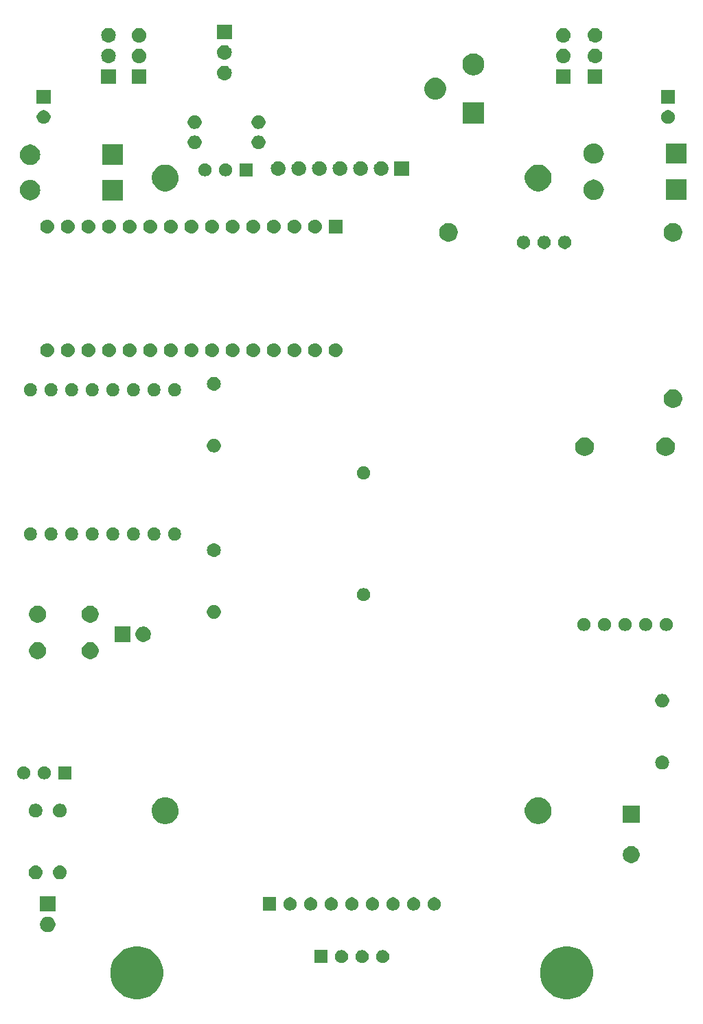
<source format=gbr>
G04 #@! TF.GenerationSoftware,KiCad,Pcbnew,(5.0.1)-3*
G04 #@! TF.CreationDate,2019-09-05T16:28:01-04:00*
G04 #@! TF.ProjectId,EMU_Robot,454D555F526F626F742E6B696361645F,rev?*
G04 #@! TF.SameCoordinates,Original*
G04 #@! TF.FileFunction,Soldermask,Bot*
G04 #@! TF.FilePolarity,Negative*
%FSLAX46Y46*%
G04 Gerber Fmt 4.6, Leading zero omitted, Abs format (unit mm)*
G04 Created by KiCad (PCBNEW (5.0.1)-3) date 9/5/2019 4:28:01 PM*
%MOMM*%
%LPD*%
G01*
G04 APERTURE LIST*
%ADD10C,0.100000*%
G04 APERTURE END LIST*
D10*
G36*
X70134239Y-201811467D02*
X70448282Y-201873934D01*
X71039926Y-202119001D01*
X71413330Y-202368502D01*
X71572395Y-202474786D01*
X72025214Y-202927605D01*
X72025216Y-202927608D01*
X72380999Y-203460074D01*
X72626066Y-204051718D01*
X72751000Y-204679804D01*
X72751000Y-205320196D01*
X72626066Y-205948282D01*
X72380999Y-206539926D01*
X72027615Y-207068802D01*
X72025214Y-207072395D01*
X71572395Y-207525214D01*
X71572392Y-207525216D01*
X71039926Y-207880999D01*
X70448282Y-208126066D01*
X70134239Y-208188533D01*
X69820197Y-208251000D01*
X69179803Y-208251000D01*
X68865761Y-208188533D01*
X68551718Y-208126066D01*
X67960074Y-207880999D01*
X67427608Y-207525216D01*
X67427605Y-207525214D01*
X66974786Y-207072395D01*
X66972385Y-207068802D01*
X66619001Y-206539926D01*
X66373934Y-205948282D01*
X66249000Y-205320196D01*
X66249000Y-204679804D01*
X66373934Y-204051718D01*
X66619001Y-203460074D01*
X66974784Y-202927608D01*
X66974786Y-202927605D01*
X67427605Y-202474786D01*
X67586670Y-202368502D01*
X67960074Y-202119001D01*
X68551718Y-201873934D01*
X68865761Y-201811467D01*
X69179803Y-201749000D01*
X69820197Y-201749000D01*
X70134239Y-201811467D01*
X70134239Y-201811467D01*
G37*
G36*
X17134239Y-201811467D02*
X17448282Y-201873934D01*
X18039926Y-202119001D01*
X18413330Y-202368502D01*
X18572395Y-202474786D01*
X19025214Y-202927605D01*
X19025216Y-202927608D01*
X19380999Y-203460074D01*
X19626066Y-204051718D01*
X19751000Y-204679804D01*
X19751000Y-205320196D01*
X19626066Y-205948282D01*
X19380999Y-206539926D01*
X19027615Y-207068802D01*
X19025214Y-207072395D01*
X18572395Y-207525214D01*
X18572392Y-207525216D01*
X18039926Y-207880999D01*
X17448282Y-208126066D01*
X17134239Y-208188533D01*
X16820197Y-208251000D01*
X16179803Y-208251000D01*
X15865761Y-208188533D01*
X15551718Y-208126066D01*
X14960074Y-207880999D01*
X14427608Y-207525216D01*
X14427605Y-207525214D01*
X13974786Y-207072395D01*
X13972385Y-207068802D01*
X13619001Y-206539926D01*
X13373934Y-205948282D01*
X13249000Y-205320196D01*
X13249000Y-204679804D01*
X13373934Y-204051718D01*
X13619001Y-203460074D01*
X13974784Y-202927608D01*
X13974786Y-202927605D01*
X14427605Y-202474786D01*
X14586670Y-202368502D01*
X14960074Y-202119001D01*
X15551718Y-201873934D01*
X15865761Y-201811467D01*
X16179803Y-201749000D01*
X16820197Y-201749000D01*
X17134239Y-201811467D01*
X17134239Y-201811467D01*
G37*
G36*
X44507142Y-202218242D02*
X44655102Y-202279530D01*
X44788258Y-202368502D01*
X44901498Y-202481742D01*
X44990470Y-202614898D01*
X45051758Y-202762858D01*
X45083000Y-202919925D01*
X45083000Y-203080075D01*
X45051758Y-203237142D01*
X44990470Y-203385102D01*
X44901498Y-203518258D01*
X44788258Y-203631498D01*
X44655102Y-203720470D01*
X44507142Y-203781758D01*
X44350075Y-203813000D01*
X44189925Y-203813000D01*
X44032858Y-203781758D01*
X43884898Y-203720470D01*
X43751742Y-203631498D01*
X43638502Y-203518258D01*
X43549530Y-203385102D01*
X43488242Y-203237142D01*
X43457000Y-203080075D01*
X43457000Y-202919925D01*
X43488242Y-202762858D01*
X43549530Y-202614898D01*
X43638502Y-202481742D01*
X43751742Y-202368502D01*
X43884898Y-202279530D01*
X44032858Y-202218242D01*
X44189925Y-202187000D01*
X44350075Y-202187000D01*
X44507142Y-202218242D01*
X44507142Y-202218242D01*
G37*
G36*
X47047142Y-202218242D02*
X47195102Y-202279530D01*
X47328258Y-202368502D01*
X47441498Y-202481742D01*
X47530470Y-202614898D01*
X47591758Y-202762858D01*
X47623000Y-202919925D01*
X47623000Y-203080075D01*
X47591758Y-203237142D01*
X47530470Y-203385102D01*
X47441498Y-203518258D01*
X47328258Y-203631498D01*
X47195102Y-203720470D01*
X47047142Y-203781758D01*
X46890075Y-203813000D01*
X46729925Y-203813000D01*
X46572858Y-203781758D01*
X46424898Y-203720470D01*
X46291742Y-203631498D01*
X46178502Y-203518258D01*
X46089530Y-203385102D01*
X46028242Y-203237142D01*
X45997000Y-203080075D01*
X45997000Y-202919925D01*
X46028242Y-202762858D01*
X46089530Y-202614898D01*
X46178502Y-202481742D01*
X46291742Y-202368502D01*
X46424898Y-202279530D01*
X46572858Y-202218242D01*
X46729925Y-202187000D01*
X46890075Y-202187000D01*
X47047142Y-202218242D01*
X47047142Y-202218242D01*
G37*
G36*
X40003000Y-203813000D02*
X38377000Y-203813000D01*
X38377000Y-202187000D01*
X40003000Y-202187000D01*
X40003000Y-203813000D01*
X40003000Y-203813000D01*
G37*
G36*
X41967142Y-202218242D02*
X42115102Y-202279530D01*
X42248258Y-202368502D01*
X42361498Y-202481742D01*
X42450470Y-202614898D01*
X42511758Y-202762858D01*
X42543000Y-202919925D01*
X42543000Y-203080075D01*
X42511758Y-203237142D01*
X42450470Y-203385102D01*
X42361498Y-203518258D01*
X42248258Y-203631498D01*
X42115102Y-203720470D01*
X41967142Y-203781758D01*
X41810075Y-203813000D01*
X41649925Y-203813000D01*
X41492858Y-203781758D01*
X41344898Y-203720470D01*
X41211742Y-203631498D01*
X41098502Y-203518258D01*
X41009530Y-203385102D01*
X40948242Y-203237142D01*
X40917000Y-203080075D01*
X40917000Y-202919925D01*
X40948242Y-202762858D01*
X41009530Y-202614898D01*
X41098502Y-202481742D01*
X41211742Y-202368502D01*
X41344898Y-202279530D01*
X41492858Y-202218242D01*
X41649925Y-202187000D01*
X41810075Y-202187000D01*
X41967142Y-202218242D01*
X41967142Y-202218242D01*
G37*
G36*
X5777396Y-198125546D02*
X5950466Y-198197234D01*
X6106230Y-198301312D01*
X6238688Y-198433770D01*
X6342766Y-198589534D01*
X6414454Y-198762604D01*
X6451000Y-198946333D01*
X6451000Y-199133667D01*
X6414454Y-199317396D01*
X6342766Y-199490466D01*
X6238688Y-199646230D01*
X6106230Y-199778688D01*
X5950466Y-199882766D01*
X5777396Y-199954454D01*
X5593667Y-199991000D01*
X5406333Y-199991000D01*
X5222604Y-199954454D01*
X5049534Y-199882766D01*
X4893770Y-199778688D01*
X4761312Y-199646230D01*
X4657234Y-199490466D01*
X4585546Y-199317396D01*
X4549000Y-199133667D01*
X4549000Y-198946333D01*
X4585546Y-198762604D01*
X4657234Y-198589534D01*
X4761312Y-198433770D01*
X4893770Y-198301312D01*
X5049534Y-198197234D01*
X5222604Y-198125546D01*
X5406333Y-198089000D01*
X5593667Y-198089000D01*
X5777396Y-198125546D01*
X5777396Y-198125546D01*
G37*
G36*
X6451000Y-197451000D02*
X4549000Y-197451000D01*
X4549000Y-195549000D01*
X6451000Y-195549000D01*
X6451000Y-197451000D01*
X6451000Y-197451000D01*
G37*
G36*
X33653000Y-197313000D02*
X32027000Y-197313000D01*
X32027000Y-195687000D01*
X33653000Y-195687000D01*
X33653000Y-197313000D01*
X33653000Y-197313000D01*
G37*
G36*
X48317142Y-195718242D02*
X48465102Y-195779530D01*
X48598258Y-195868502D01*
X48711498Y-195981742D01*
X48800470Y-196114898D01*
X48861758Y-196262858D01*
X48893000Y-196419925D01*
X48893000Y-196580075D01*
X48861758Y-196737142D01*
X48800470Y-196885102D01*
X48711498Y-197018258D01*
X48598258Y-197131498D01*
X48465102Y-197220470D01*
X48317142Y-197281758D01*
X48160075Y-197313000D01*
X47999925Y-197313000D01*
X47842858Y-197281758D01*
X47694898Y-197220470D01*
X47561742Y-197131498D01*
X47448502Y-197018258D01*
X47359530Y-196885102D01*
X47298242Y-196737142D01*
X47267000Y-196580075D01*
X47267000Y-196419925D01*
X47298242Y-196262858D01*
X47359530Y-196114898D01*
X47448502Y-195981742D01*
X47561742Y-195868502D01*
X47694898Y-195779530D01*
X47842858Y-195718242D01*
X47999925Y-195687000D01*
X48160075Y-195687000D01*
X48317142Y-195718242D01*
X48317142Y-195718242D01*
G37*
G36*
X50857142Y-195718242D02*
X51005102Y-195779530D01*
X51138258Y-195868502D01*
X51251498Y-195981742D01*
X51340470Y-196114898D01*
X51401758Y-196262858D01*
X51433000Y-196419925D01*
X51433000Y-196580075D01*
X51401758Y-196737142D01*
X51340470Y-196885102D01*
X51251498Y-197018258D01*
X51138258Y-197131498D01*
X51005102Y-197220470D01*
X50857142Y-197281758D01*
X50700075Y-197313000D01*
X50539925Y-197313000D01*
X50382858Y-197281758D01*
X50234898Y-197220470D01*
X50101742Y-197131498D01*
X49988502Y-197018258D01*
X49899530Y-196885102D01*
X49838242Y-196737142D01*
X49807000Y-196580075D01*
X49807000Y-196419925D01*
X49838242Y-196262858D01*
X49899530Y-196114898D01*
X49988502Y-195981742D01*
X50101742Y-195868502D01*
X50234898Y-195779530D01*
X50382858Y-195718242D01*
X50539925Y-195687000D01*
X50700075Y-195687000D01*
X50857142Y-195718242D01*
X50857142Y-195718242D01*
G37*
G36*
X35617142Y-195718242D02*
X35765102Y-195779530D01*
X35898258Y-195868502D01*
X36011498Y-195981742D01*
X36100470Y-196114898D01*
X36161758Y-196262858D01*
X36193000Y-196419925D01*
X36193000Y-196580075D01*
X36161758Y-196737142D01*
X36100470Y-196885102D01*
X36011498Y-197018258D01*
X35898258Y-197131498D01*
X35765102Y-197220470D01*
X35617142Y-197281758D01*
X35460075Y-197313000D01*
X35299925Y-197313000D01*
X35142858Y-197281758D01*
X34994898Y-197220470D01*
X34861742Y-197131498D01*
X34748502Y-197018258D01*
X34659530Y-196885102D01*
X34598242Y-196737142D01*
X34567000Y-196580075D01*
X34567000Y-196419925D01*
X34598242Y-196262858D01*
X34659530Y-196114898D01*
X34748502Y-195981742D01*
X34861742Y-195868502D01*
X34994898Y-195779530D01*
X35142858Y-195718242D01*
X35299925Y-195687000D01*
X35460075Y-195687000D01*
X35617142Y-195718242D01*
X35617142Y-195718242D01*
G37*
G36*
X38157142Y-195718242D02*
X38305102Y-195779530D01*
X38438258Y-195868502D01*
X38551498Y-195981742D01*
X38640470Y-196114898D01*
X38701758Y-196262858D01*
X38733000Y-196419925D01*
X38733000Y-196580075D01*
X38701758Y-196737142D01*
X38640470Y-196885102D01*
X38551498Y-197018258D01*
X38438258Y-197131498D01*
X38305102Y-197220470D01*
X38157142Y-197281758D01*
X38000075Y-197313000D01*
X37839925Y-197313000D01*
X37682858Y-197281758D01*
X37534898Y-197220470D01*
X37401742Y-197131498D01*
X37288502Y-197018258D01*
X37199530Y-196885102D01*
X37138242Y-196737142D01*
X37107000Y-196580075D01*
X37107000Y-196419925D01*
X37138242Y-196262858D01*
X37199530Y-196114898D01*
X37288502Y-195981742D01*
X37401742Y-195868502D01*
X37534898Y-195779530D01*
X37682858Y-195718242D01*
X37839925Y-195687000D01*
X38000075Y-195687000D01*
X38157142Y-195718242D01*
X38157142Y-195718242D01*
G37*
G36*
X40697142Y-195718242D02*
X40845102Y-195779530D01*
X40978258Y-195868502D01*
X41091498Y-195981742D01*
X41180470Y-196114898D01*
X41241758Y-196262858D01*
X41273000Y-196419925D01*
X41273000Y-196580075D01*
X41241758Y-196737142D01*
X41180470Y-196885102D01*
X41091498Y-197018258D01*
X40978258Y-197131498D01*
X40845102Y-197220470D01*
X40697142Y-197281758D01*
X40540075Y-197313000D01*
X40379925Y-197313000D01*
X40222858Y-197281758D01*
X40074898Y-197220470D01*
X39941742Y-197131498D01*
X39828502Y-197018258D01*
X39739530Y-196885102D01*
X39678242Y-196737142D01*
X39647000Y-196580075D01*
X39647000Y-196419925D01*
X39678242Y-196262858D01*
X39739530Y-196114898D01*
X39828502Y-195981742D01*
X39941742Y-195868502D01*
X40074898Y-195779530D01*
X40222858Y-195718242D01*
X40379925Y-195687000D01*
X40540075Y-195687000D01*
X40697142Y-195718242D01*
X40697142Y-195718242D01*
G37*
G36*
X43237142Y-195718242D02*
X43385102Y-195779530D01*
X43518258Y-195868502D01*
X43631498Y-195981742D01*
X43720470Y-196114898D01*
X43781758Y-196262858D01*
X43813000Y-196419925D01*
X43813000Y-196580075D01*
X43781758Y-196737142D01*
X43720470Y-196885102D01*
X43631498Y-197018258D01*
X43518258Y-197131498D01*
X43385102Y-197220470D01*
X43237142Y-197281758D01*
X43080075Y-197313000D01*
X42919925Y-197313000D01*
X42762858Y-197281758D01*
X42614898Y-197220470D01*
X42481742Y-197131498D01*
X42368502Y-197018258D01*
X42279530Y-196885102D01*
X42218242Y-196737142D01*
X42187000Y-196580075D01*
X42187000Y-196419925D01*
X42218242Y-196262858D01*
X42279530Y-196114898D01*
X42368502Y-195981742D01*
X42481742Y-195868502D01*
X42614898Y-195779530D01*
X42762858Y-195718242D01*
X42919925Y-195687000D01*
X43080075Y-195687000D01*
X43237142Y-195718242D01*
X43237142Y-195718242D01*
G37*
G36*
X45777142Y-195718242D02*
X45925102Y-195779530D01*
X46058258Y-195868502D01*
X46171498Y-195981742D01*
X46260470Y-196114898D01*
X46321758Y-196262858D01*
X46353000Y-196419925D01*
X46353000Y-196580075D01*
X46321758Y-196737142D01*
X46260470Y-196885102D01*
X46171498Y-197018258D01*
X46058258Y-197131498D01*
X45925102Y-197220470D01*
X45777142Y-197281758D01*
X45620075Y-197313000D01*
X45459925Y-197313000D01*
X45302858Y-197281758D01*
X45154898Y-197220470D01*
X45021742Y-197131498D01*
X44908502Y-197018258D01*
X44819530Y-196885102D01*
X44758242Y-196737142D01*
X44727000Y-196580075D01*
X44727000Y-196419925D01*
X44758242Y-196262858D01*
X44819530Y-196114898D01*
X44908502Y-195981742D01*
X45021742Y-195868502D01*
X45154898Y-195779530D01*
X45302858Y-195718242D01*
X45459925Y-195687000D01*
X45620075Y-195687000D01*
X45777142Y-195718242D01*
X45777142Y-195718242D01*
G37*
G36*
X53397142Y-195718242D02*
X53545102Y-195779530D01*
X53678258Y-195868502D01*
X53791498Y-195981742D01*
X53880470Y-196114898D01*
X53941758Y-196262858D01*
X53973000Y-196419925D01*
X53973000Y-196580075D01*
X53941758Y-196737142D01*
X53880470Y-196885102D01*
X53791498Y-197018258D01*
X53678258Y-197131498D01*
X53545102Y-197220470D01*
X53397142Y-197281758D01*
X53240075Y-197313000D01*
X53079925Y-197313000D01*
X52922858Y-197281758D01*
X52774898Y-197220470D01*
X52641742Y-197131498D01*
X52528502Y-197018258D01*
X52439530Y-196885102D01*
X52378242Y-196737142D01*
X52347000Y-196580075D01*
X52347000Y-196419925D01*
X52378242Y-196262858D01*
X52439530Y-196114898D01*
X52528502Y-195981742D01*
X52641742Y-195868502D01*
X52774898Y-195779530D01*
X52922858Y-195718242D01*
X53079925Y-195687000D01*
X53240075Y-195687000D01*
X53397142Y-195718242D01*
X53397142Y-195718242D01*
G37*
G36*
X4166821Y-191781313D02*
X4166824Y-191781314D01*
X4166825Y-191781314D01*
X4327239Y-191829975D01*
X4327241Y-191829976D01*
X4327244Y-191829977D01*
X4475078Y-191908995D01*
X4604659Y-192015341D01*
X4711005Y-192144922D01*
X4790023Y-192292756D01*
X4838687Y-192453179D01*
X4855117Y-192620000D01*
X4838687Y-192786821D01*
X4790023Y-192947244D01*
X4711005Y-193095078D01*
X4604659Y-193224659D01*
X4475078Y-193331005D01*
X4327244Y-193410023D01*
X4327241Y-193410024D01*
X4327239Y-193410025D01*
X4166825Y-193458686D01*
X4166824Y-193458686D01*
X4166821Y-193458687D01*
X4041804Y-193471000D01*
X3958196Y-193471000D01*
X3833179Y-193458687D01*
X3833176Y-193458686D01*
X3833175Y-193458686D01*
X3672761Y-193410025D01*
X3672759Y-193410024D01*
X3672756Y-193410023D01*
X3524922Y-193331005D01*
X3395341Y-193224659D01*
X3288995Y-193095078D01*
X3209977Y-192947244D01*
X3161313Y-192786821D01*
X3144883Y-192620000D01*
X3161313Y-192453179D01*
X3209977Y-192292756D01*
X3288995Y-192144922D01*
X3395341Y-192015341D01*
X3524922Y-191908995D01*
X3672756Y-191829977D01*
X3672759Y-191829976D01*
X3672761Y-191829975D01*
X3833175Y-191781314D01*
X3833176Y-191781314D01*
X3833179Y-191781313D01*
X3958196Y-191769000D01*
X4041804Y-191769000D01*
X4166821Y-191781313D01*
X4166821Y-191781313D01*
G37*
G36*
X7166821Y-191781313D02*
X7166824Y-191781314D01*
X7166825Y-191781314D01*
X7327239Y-191829975D01*
X7327241Y-191829976D01*
X7327244Y-191829977D01*
X7475078Y-191908995D01*
X7604659Y-192015341D01*
X7711005Y-192144922D01*
X7790023Y-192292756D01*
X7838687Y-192453179D01*
X7855117Y-192620000D01*
X7838687Y-192786821D01*
X7790023Y-192947244D01*
X7711005Y-193095078D01*
X7604659Y-193224659D01*
X7475078Y-193331005D01*
X7327244Y-193410023D01*
X7327241Y-193410024D01*
X7327239Y-193410025D01*
X7166825Y-193458686D01*
X7166824Y-193458686D01*
X7166821Y-193458687D01*
X7041804Y-193471000D01*
X6958196Y-193471000D01*
X6833179Y-193458687D01*
X6833176Y-193458686D01*
X6833175Y-193458686D01*
X6672761Y-193410025D01*
X6672759Y-193410024D01*
X6672756Y-193410023D01*
X6524922Y-193331005D01*
X6395341Y-193224659D01*
X6288995Y-193095078D01*
X6209977Y-192947244D01*
X6161313Y-192786821D01*
X6144883Y-192620000D01*
X6161313Y-192453179D01*
X6209977Y-192292756D01*
X6288995Y-192144922D01*
X6395341Y-192015341D01*
X6524922Y-191908995D01*
X6672756Y-191829977D01*
X6672759Y-191829976D01*
X6672761Y-191829975D01*
X6833175Y-191781314D01*
X6833176Y-191781314D01*
X6833179Y-191781313D01*
X6958196Y-191769000D01*
X7041804Y-191769000D01*
X7166821Y-191781313D01*
X7166821Y-191781313D01*
G37*
G36*
X77776565Y-189409389D02*
X77967834Y-189488615D01*
X78139976Y-189603637D01*
X78286363Y-189750024D01*
X78401385Y-189922166D01*
X78480611Y-190113435D01*
X78521000Y-190316484D01*
X78521000Y-190523516D01*
X78480611Y-190726565D01*
X78401385Y-190917834D01*
X78286363Y-191089976D01*
X78139976Y-191236363D01*
X77967834Y-191351385D01*
X77776565Y-191430611D01*
X77573516Y-191471000D01*
X77366484Y-191471000D01*
X77163435Y-191430611D01*
X76972166Y-191351385D01*
X76800024Y-191236363D01*
X76653637Y-191089976D01*
X76538615Y-190917834D01*
X76459389Y-190726565D01*
X76419000Y-190523516D01*
X76419000Y-190316484D01*
X76459389Y-190113435D01*
X76538615Y-189922166D01*
X76653637Y-189750024D01*
X76800024Y-189603637D01*
X76972166Y-189488615D01*
X77163435Y-189409389D01*
X77366484Y-189369000D01*
X77573516Y-189369000D01*
X77776565Y-189409389D01*
X77776565Y-189409389D01*
G37*
G36*
X66375256Y-183391298D02*
X66481579Y-183412447D01*
X66782042Y-183536903D01*
X67048852Y-183715180D01*
X67052454Y-183717587D01*
X67282413Y-183947546D01*
X67282415Y-183947549D01*
X67463097Y-184217958D01*
X67562327Y-184457519D01*
X67587553Y-184518422D01*
X67651000Y-184837389D01*
X67651000Y-185162611D01*
X67608702Y-185375256D01*
X67587553Y-185481579D01*
X67463097Y-185782042D01*
X67284820Y-186048852D01*
X67282413Y-186052454D01*
X67052454Y-186282413D01*
X67052451Y-186282415D01*
X66782042Y-186463097D01*
X66782041Y-186463098D01*
X66782040Y-186463098D01*
X66694037Y-186499550D01*
X66481579Y-186587553D01*
X66375256Y-186608702D01*
X66162611Y-186651000D01*
X65837389Y-186651000D01*
X65624744Y-186608702D01*
X65518421Y-186587553D01*
X65305963Y-186499550D01*
X65217960Y-186463098D01*
X65217959Y-186463098D01*
X65217958Y-186463097D01*
X64947549Y-186282415D01*
X64947546Y-186282413D01*
X64717587Y-186052454D01*
X64715180Y-186048852D01*
X64536903Y-185782042D01*
X64412447Y-185481579D01*
X64391298Y-185375256D01*
X64349000Y-185162611D01*
X64349000Y-184837389D01*
X64412447Y-184518422D01*
X64437674Y-184457519D01*
X64536903Y-184217958D01*
X64717585Y-183947549D01*
X64717587Y-183947546D01*
X64947546Y-183717587D01*
X64951148Y-183715180D01*
X65217958Y-183536903D01*
X65518421Y-183412447D01*
X65624744Y-183391298D01*
X65837389Y-183349000D01*
X66162611Y-183349000D01*
X66375256Y-183391298D01*
X66375256Y-183391298D01*
G37*
G36*
X20375256Y-183391298D02*
X20481579Y-183412447D01*
X20782042Y-183536903D01*
X21048852Y-183715180D01*
X21052454Y-183717587D01*
X21282413Y-183947546D01*
X21282415Y-183947549D01*
X21463097Y-184217958D01*
X21562327Y-184457519D01*
X21587553Y-184518422D01*
X21651000Y-184837389D01*
X21651000Y-185162611D01*
X21608702Y-185375256D01*
X21587553Y-185481579D01*
X21463097Y-185782042D01*
X21284820Y-186048852D01*
X21282413Y-186052454D01*
X21052454Y-186282413D01*
X21052451Y-186282415D01*
X20782042Y-186463097D01*
X20782041Y-186463098D01*
X20782040Y-186463098D01*
X20694037Y-186499550D01*
X20481579Y-186587553D01*
X20375256Y-186608702D01*
X20162611Y-186651000D01*
X19837389Y-186651000D01*
X19624744Y-186608702D01*
X19518421Y-186587553D01*
X19305963Y-186499550D01*
X19217960Y-186463098D01*
X19217959Y-186463098D01*
X19217958Y-186463097D01*
X18947549Y-186282415D01*
X18947546Y-186282413D01*
X18717587Y-186052454D01*
X18715180Y-186048852D01*
X18536903Y-185782042D01*
X18412447Y-185481579D01*
X18391298Y-185375256D01*
X18349000Y-185162611D01*
X18349000Y-184837389D01*
X18412447Y-184518422D01*
X18437674Y-184457519D01*
X18536903Y-184217958D01*
X18717585Y-183947549D01*
X18717587Y-183947546D01*
X18947546Y-183717587D01*
X18951148Y-183715180D01*
X19217958Y-183536903D01*
X19518421Y-183412447D01*
X19624744Y-183391298D01*
X19837389Y-183349000D01*
X20162611Y-183349000D01*
X20375256Y-183391298D01*
X20375256Y-183391298D01*
G37*
G36*
X78521000Y-186471000D02*
X76419000Y-186471000D01*
X76419000Y-184369000D01*
X78521000Y-184369000D01*
X78521000Y-186471000D01*
X78521000Y-186471000D01*
G37*
G36*
X7248228Y-184181703D02*
X7403100Y-184245853D01*
X7542481Y-184338985D01*
X7661015Y-184457519D01*
X7754147Y-184596900D01*
X7818297Y-184751772D01*
X7851000Y-184916184D01*
X7851000Y-185083816D01*
X7818297Y-185248228D01*
X7754147Y-185403100D01*
X7661015Y-185542481D01*
X7542481Y-185661015D01*
X7403100Y-185754147D01*
X7248228Y-185818297D01*
X7083816Y-185851000D01*
X6916184Y-185851000D01*
X6751772Y-185818297D01*
X6596900Y-185754147D01*
X6457519Y-185661015D01*
X6338985Y-185542481D01*
X6245853Y-185403100D01*
X6181703Y-185248228D01*
X6149000Y-185083816D01*
X6149000Y-184916184D01*
X6181703Y-184751772D01*
X6245853Y-184596900D01*
X6338985Y-184457519D01*
X6457519Y-184338985D01*
X6596900Y-184245853D01*
X6751772Y-184181703D01*
X6916184Y-184149000D01*
X7083816Y-184149000D01*
X7248228Y-184181703D01*
X7248228Y-184181703D01*
G37*
G36*
X4248228Y-184181703D02*
X4403100Y-184245853D01*
X4542481Y-184338985D01*
X4661015Y-184457519D01*
X4754147Y-184596900D01*
X4818297Y-184751772D01*
X4851000Y-184916184D01*
X4851000Y-185083816D01*
X4818297Y-185248228D01*
X4754147Y-185403100D01*
X4661015Y-185542481D01*
X4542481Y-185661015D01*
X4403100Y-185754147D01*
X4248228Y-185818297D01*
X4083816Y-185851000D01*
X3916184Y-185851000D01*
X3751772Y-185818297D01*
X3596900Y-185754147D01*
X3457519Y-185661015D01*
X3338985Y-185542481D01*
X3245853Y-185403100D01*
X3181703Y-185248228D01*
X3149000Y-185083816D01*
X3149000Y-184916184D01*
X3181703Y-184751772D01*
X3245853Y-184596900D01*
X3338985Y-184457519D01*
X3457519Y-184338985D01*
X3596900Y-184245853D01*
X3751772Y-184181703D01*
X3916184Y-184149000D01*
X4083816Y-184149000D01*
X4248228Y-184181703D01*
X4248228Y-184181703D01*
G37*
G36*
X8421000Y-181141000D02*
X6819000Y-181141000D01*
X6819000Y-179539000D01*
X8421000Y-179539000D01*
X8421000Y-181141000D01*
X8421000Y-181141000D01*
G37*
G36*
X5313643Y-179569781D02*
X5459415Y-179630162D01*
X5590611Y-179717824D01*
X5702176Y-179829389D01*
X5789838Y-179960585D01*
X5850219Y-180106357D01*
X5881000Y-180261107D01*
X5881000Y-180418893D01*
X5850219Y-180573643D01*
X5789838Y-180719415D01*
X5702176Y-180850611D01*
X5590611Y-180962176D01*
X5459415Y-181049838D01*
X5313643Y-181110219D01*
X5158893Y-181141000D01*
X5001107Y-181141000D01*
X4846357Y-181110219D01*
X4700585Y-181049838D01*
X4569389Y-180962176D01*
X4457824Y-180850611D01*
X4370162Y-180719415D01*
X4309781Y-180573643D01*
X4279000Y-180418893D01*
X4279000Y-180261107D01*
X4309781Y-180106357D01*
X4370162Y-179960585D01*
X4457824Y-179829389D01*
X4569389Y-179717824D01*
X4700585Y-179630162D01*
X4846357Y-179569781D01*
X5001107Y-179539000D01*
X5158893Y-179539000D01*
X5313643Y-179569781D01*
X5313643Y-179569781D01*
G37*
G36*
X2773643Y-179569781D02*
X2919415Y-179630162D01*
X3050611Y-179717824D01*
X3162176Y-179829389D01*
X3249838Y-179960585D01*
X3310219Y-180106357D01*
X3341000Y-180261107D01*
X3341000Y-180418893D01*
X3310219Y-180573643D01*
X3249838Y-180719415D01*
X3162176Y-180850611D01*
X3050611Y-180962176D01*
X2919415Y-181049838D01*
X2773643Y-181110219D01*
X2618893Y-181141000D01*
X2461107Y-181141000D01*
X2306357Y-181110219D01*
X2160585Y-181049838D01*
X2029389Y-180962176D01*
X1917824Y-180850611D01*
X1830162Y-180719415D01*
X1769781Y-180573643D01*
X1739000Y-180418893D01*
X1739000Y-180261107D01*
X1769781Y-180106357D01*
X1830162Y-179960585D01*
X1917824Y-179829389D01*
X2029389Y-179717824D01*
X2160585Y-179630162D01*
X2306357Y-179569781D01*
X2461107Y-179539000D01*
X2618893Y-179539000D01*
X2773643Y-179569781D01*
X2773643Y-179569781D01*
G37*
G36*
X81446821Y-178231313D02*
X81446824Y-178231314D01*
X81446825Y-178231314D01*
X81607239Y-178279975D01*
X81607241Y-178279976D01*
X81607244Y-178279977D01*
X81755078Y-178358995D01*
X81884659Y-178465341D01*
X81991005Y-178594922D01*
X82070023Y-178742756D01*
X82118687Y-178903179D01*
X82135117Y-179070000D01*
X82118687Y-179236821D01*
X82070023Y-179397244D01*
X81991005Y-179545078D01*
X81884659Y-179674659D01*
X81755078Y-179781005D01*
X81607244Y-179860023D01*
X81607241Y-179860024D01*
X81607239Y-179860025D01*
X81446825Y-179908686D01*
X81446824Y-179908686D01*
X81446821Y-179908687D01*
X81321804Y-179921000D01*
X81238196Y-179921000D01*
X81113179Y-179908687D01*
X81113176Y-179908686D01*
X81113175Y-179908686D01*
X80952761Y-179860025D01*
X80952759Y-179860024D01*
X80952756Y-179860023D01*
X80804922Y-179781005D01*
X80675341Y-179674659D01*
X80568995Y-179545078D01*
X80489977Y-179397244D01*
X80441313Y-179236821D01*
X80424883Y-179070000D01*
X80441313Y-178903179D01*
X80489977Y-178742756D01*
X80568995Y-178594922D01*
X80675341Y-178465341D01*
X80804922Y-178358995D01*
X80952756Y-178279977D01*
X80952759Y-178279976D01*
X80952761Y-178279975D01*
X81113175Y-178231314D01*
X81113176Y-178231314D01*
X81113179Y-178231313D01*
X81238196Y-178219000D01*
X81321804Y-178219000D01*
X81446821Y-178231313D01*
X81446821Y-178231313D01*
G37*
G36*
X81528228Y-170631703D02*
X81683100Y-170695853D01*
X81822481Y-170788985D01*
X81941015Y-170907519D01*
X82034147Y-171046900D01*
X82098297Y-171201772D01*
X82131000Y-171366184D01*
X82131000Y-171533816D01*
X82098297Y-171698228D01*
X82034147Y-171853100D01*
X81941015Y-171992481D01*
X81822481Y-172111015D01*
X81683100Y-172204147D01*
X81528228Y-172268297D01*
X81363816Y-172301000D01*
X81196184Y-172301000D01*
X81031772Y-172268297D01*
X80876900Y-172204147D01*
X80737519Y-172111015D01*
X80618985Y-171992481D01*
X80525853Y-171853100D01*
X80461703Y-171698228D01*
X80429000Y-171533816D01*
X80429000Y-171366184D01*
X80461703Y-171201772D01*
X80525853Y-171046900D01*
X80618985Y-170907519D01*
X80737519Y-170788985D01*
X80876900Y-170695853D01*
X81031772Y-170631703D01*
X81196184Y-170599000D01*
X81363816Y-170599000D01*
X81528228Y-170631703D01*
X81528228Y-170631703D01*
G37*
G36*
X11056565Y-164274390D02*
X11247834Y-164353616D01*
X11419976Y-164468638D01*
X11566363Y-164615025D01*
X11681385Y-164787167D01*
X11760611Y-164978436D01*
X11801000Y-165181485D01*
X11801000Y-165388517D01*
X11760611Y-165591566D01*
X11681385Y-165782835D01*
X11566363Y-165954977D01*
X11419976Y-166101364D01*
X11247834Y-166216386D01*
X11056565Y-166295612D01*
X10853516Y-166336001D01*
X10646484Y-166336001D01*
X10443435Y-166295612D01*
X10252166Y-166216386D01*
X10080024Y-166101364D01*
X9933637Y-165954977D01*
X9818615Y-165782835D01*
X9739389Y-165591566D01*
X9699000Y-165388517D01*
X9699000Y-165181485D01*
X9739389Y-164978436D01*
X9818615Y-164787167D01*
X9933637Y-164615025D01*
X10080024Y-164468638D01*
X10252166Y-164353616D01*
X10443435Y-164274390D01*
X10646484Y-164234001D01*
X10853516Y-164234001D01*
X11056565Y-164274390D01*
X11056565Y-164274390D01*
G37*
G36*
X4556565Y-164274390D02*
X4747834Y-164353616D01*
X4919976Y-164468638D01*
X5066363Y-164615025D01*
X5181385Y-164787167D01*
X5260611Y-164978436D01*
X5301000Y-165181485D01*
X5301000Y-165388517D01*
X5260611Y-165591566D01*
X5181385Y-165782835D01*
X5066363Y-165954977D01*
X4919976Y-166101364D01*
X4747834Y-166216386D01*
X4556565Y-166295612D01*
X4353516Y-166336001D01*
X4146484Y-166336001D01*
X3943435Y-166295612D01*
X3752166Y-166216386D01*
X3580024Y-166101364D01*
X3433637Y-165954977D01*
X3318615Y-165782835D01*
X3239389Y-165591566D01*
X3199000Y-165388517D01*
X3199000Y-165181485D01*
X3239389Y-164978436D01*
X3318615Y-164787167D01*
X3433637Y-164615025D01*
X3580024Y-164468638D01*
X3752166Y-164353616D01*
X3943435Y-164274390D01*
X4146484Y-164234001D01*
X4353516Y-164234001D01*
X4556565Y-164274390D01*
X4556565Y-164274390D01*
G37*
G36*
X17567396Y-162335546D02*
X17740466Y-162407234D01*
X17896230Y-162511312D01*
X18028688Y-162643770D01*
X18132766Y-162799534D01*
X18204454Y-162972604D01*
X18241000Y-163156333D01*
X18241000Y-163343667D01*
X18204454Y-163527396D01*
X18132766Y-163700466D01*
X18028688Y-163856230D01*
X17896230Y-163988688D01*
X17740466Y-164092766D01*
X17567396Y-164164454D01*
X17383667Y-164201000D01*
X17196333Y-164201000D01*
X17012604Y-164164454D01*
X16839534Y-164092766D01*
X16683770Y-163988688D01*
X16551312Y-163856230D01*
X16447234Y-163700466D01*
X16375546Y-163527396D01*
X16339000Y-163343667D01*
X16339000Y-163156333D01*
X16375546Y-162972604D01*
X16447234Y-162799534D01*
X16551312Y-162643770D01*
X16683770Y-162511312D01*
X16839534Y-162407234D01*
X17012604Y-162335546D01*
X17196333Y-162299000D01*
X17383667Y-162299000D01*
X17567396Y-162335546D01*
X17567396Y-162335546D01*
G37*
G36*
X15701000Y-164201000D02*
X13799000Y-164201000D01*
X13799000Y-162299000D01*
X15701000Y-162299000D01*
X15701000Y-164201000D01*
X15701000Y-164201000D01*
G37*
G36*
X71865142Y-161270242D02*
X72013102Y-161331530D01*
X72146258Y-161420502D01*
X72259498Y-161533742D01*
X72348470Y-161666898D01*
X72409758Y-161814858D01*
X72441000Y-161971925D01*
X72441000Y-162132075D01*
X72409758Y-162289142D01*
X72348470Y-162437102D01*
X72259498Y-162570258D01*
X72146258Y-162683498D01*
X72013102Y-162772470D01*
X71865142Y-162833758D01*
X71708075Y-162865000D01*
X71547925Y-162865000D01*
X71390858Y-162833758D01*
X71242898Y-162772470D01*
X71109742Y-162683498D01*
X70996502Y-162570258D01*
X70907530Y-162437102D01*
X70846242Y-162289142D01*
X70815000Y-162132075D01*
X70815000Y-161971925D01*
X70846242Y-161814858D01*
X70907530Y-161666898D01*
X70996502Y-161533742D01*
X71109742Y-161420502D01*
X71242898Y-161331530D01*
X71390858Y-161270242D01*
X71547925Y-161239000D01*
X71708075Y-161239000D01*
X71865142Y-161270242D01*
X71865142Y-161270242D01*
G37*
G36*
X74405142Y-161270242D02*
X74553102Y-161331530D01*
X74686258Y-161420502D01*
X74799498Y-161533742D01*
X74888470Y-161666898D01*
X74949758Y-161814858D01*
X74981000Y-161971925D01*
X74981000Y-162132075D01*
X74949758Y-162289142D01*
X74888470Y-162437102D01*
X74799498Y-162570258D01*
X74686258Y-162683498D01*
X74553102Y-162772470D01*
X74405142Y-162833758D01*
X74248075Y-162865000D01*
X74087925Y-162865000D01*
X73930858Y-162833758D01*
X73782898Y-162772470D01*
X73649742Y-162683498D01*
X73536502Y-162570258D01*
X73447530Y-162437102D01*
X73386242Y-162289142D01*
X73355000Y-162132075D01*
X73355000Y-161971925D01*
X73386242Y-161814858D01*
X73447530Y-161666898D01*
X73536502Y-161533742D01*
X73649742Y-161420502D01*
X73782898Y-161331530D01*
X73930858Y-161270242D01*
X74087925Y-161239000D01*
X74248075Y-161239000D01*
X74405142Y-161270242D01*
X74405142Y-161270242D01*
G37*
G36*
X79485142Y-161270242D02*
X79633102Y-161331530D01*
X79766258Y-161420502D01*
X79879498Y-161533742D01*
X79968470Y-161666898D01*
X80029758Y-161814858D01*
X80061000Y-161971925D01*
X80061000Y-162132075D01*
X80029758Y-162289142D01*
X79968470Y-162437102D01*
X79879498Y-162570258D01*
X79766258Y-162683498D01*
X79633102Y-162772470D01*
X79485142Y-162833758D01*
X79328075Y-162865000D01*
X79167925Y-162865000D01*
X79010858Y-162833758D01*
X78862898Y-162772470D01*
X78729742Y-162683498D01*
X78616502Y-162570258D01*
X78527530Y-162437102D01*
X78466242Y-162289142D01*
X78435000Y-162132075D01*
X78435000Y-161971925D01*
X78466242Y-161814858D01*
X78527530Y-161666898D01*
X78616502Y-161533742D01*
X78729742Y-161420502D01*
X78862898Y-161331530D01*
X79010858Y-161270242D01*
X79167925Y-161239000D01*
X79328075Y-161239000D01*
X79485142Y-161270242D01*
X79485142Y-161270242D01*
G37*
G36*
X76945142Y-161270242D02*
X77093102Y-161331530D01*
X77226258Y-161420502D01*
X77339498Y-161533742D01*
X77428470Y-161666898D01*
X77489758Y-161814858D01*
X77521000Y-161971925D01*
X77521000Y-162132075D01*
X77489758Y-162289142D01*
X77428470Y-162437102D01*
X77339498Y-162570258D01*
X77226258Y-162683498D01*
X77093102Y-162772470D01*
X76945142Y-162833758D01*
X76788075Y-162865000D01*
X76627925Y-162865000D01*
X76470858Y-162833758D01*
X76322898Y-162772470D01*
X76189742Y-162683498D01*
X76076502Y-162570258D01*
X75987530Y-162437102D01*
X75926242Y-162289142D01*
X75895000Y-162132075D01*
X75895000Y-161971925D01*
X75926242Y-161814858D01*
X75987530Y-161666898D01*
X76076502Y-161533742D01*
X76189742Y-161420502D01*
X76322898Y-161331530D01*
X76470858Y-161270242D01*
X76627925Y-161239000D01*
X76788075Y-161239000D01*
X76945142Y-161270242D01*
X76945142Y-161270242D01*
G37*
G36*
X82025142Y-161270242D02*
X82173102Y-161331530D01*
X82306258Y-161420502D01*
X82419498Y-161533742D01*
X82508470Y-161666898D01*
X82569758Y-161814858D01*
X82601000Y-161971925D01*
X82601000Y-162132075D01*
X82569758Y-162289142D01*
X82508470Y-162437102D01*
X82419498Y-162570258D01*
X82306258Y-162683498D01*
X82173102Y-162772470D01*
X82025142Y-162833758D01*
X81868075Y-162865000D01*
X81707925Y-162865000D01*
X81550858Y-162833758D01*
X81402898Y-162772470D01*
X81269742Y-162683498D01*
X81156502Y-162570258D01*
X81067530Y-162437102D01*
X81006242Y-162289142D01*
X80975000Y-162132075D01*
X80975000Y-161971925D01*
X81006242Y-161814858D01*
X81067530Y-161666898D01*
X81156502Y-161533742D01*
X81269742Y-161420502D01*
X81402898Y-161331530D01*
X81550858Y-161270242D01*
X81707925Y-161239000D01*
X81868075Y-161239000D01*
X82025142Y-161270242D01*
X82025142Y-161270242D01*
G37*
G36*
X11056565Y-159774390D02*
X11247834Y-159853616D01*
X11419976Y-159968638D01*
X11566363Y-160115025D01*
X11681385Y-160287167D01*
X11760611Y-160478436D01*
X11801000Y-160681485D01*
X11801000Y-160888517D01*
X11760611Y-161091566D01*
X11681385Y-161282835D01*
X11566363Y-161454977D01*
X11419976Y-161601364D01*
X11247834Y-161716386D01*
X11056565Y-161795612D01*
X10853516Y-161836001D01*
X10646484Y-161836001D01*
X10443435Y-161795612D01*
X10252166Y-161716386D01*
X10080024Y-161601364D01*
X9933637Y-161454977D01*
X9818615Y-161282835D01*
X9739389Y-161091566D01*
X9699000Y-160888517D01*
X9699000Y-160681485D01*
X9739389Y-160478436D01*
X9818615Y-160287167D01*
X9933637Y-160115025D01*
X10080024Y-159968638D01*
X10252166Y-159853616D01*
X10443435Y-159774390D01*
X10646484Y-159734001D01*
X10853516Y-159734001D01*
X11056565Y-159774390D01*
X11056565Y-159774390D01*
G37*
G36*
X4556565Y-159774390D02*
X4747834Y-159853616D01*
X4919976Y-159968638D01*
X5066363Y-160115025D01*
X5181385Y-160287167D01*
X5260611Y-160478436D01*
X5301000Y-160681485D01*
X5301000Y-160888517D01*
X5260611Y-161091566D01*
X5181385Y-161282835D01*
X5066363Y-161454977D01*
X4919976Y-161601364D01*
X4747834Y-161716386D01*
X4556565Y-161795612D01*
X4353516Y-161836001D01*
X4146484Y-161836001D01*
X3943435Y-161795612D01*
X3752166Y-161716386D01*
X3580024Y-161601364D01*
X3433637Y-161454977D01*
X3318615Y-161282835D01*
X3239389Y-161091566D01*
X3199000Y-160888517D01*
X3199000Y-160681485D01*
X3239389Y-160478436D01*
X3318615Y-160287167D01*
X3433637Y-160115025D01*
X3580024Y-159968638D01*
X3752166Y-159853616D01*
X3943435Y-159774390D01*
X4146484Y-159734001D01*
X4353516Y-159734001D01*
X4556565Y-159774390D01*
X4556565Y-159774390D01*
G37*
G36*
X26248228Y-159681703D02*
X26403100Y-159745853D01*
X26542481Y-159838985D01*
X26661015Y-159957519D01*
X26754147Y-160096900D01*
X26818297Y-160251772D01*
X26851000Y-160416184D01*
X26851000Y-160583816D01*
X26818297Y-160748228D01*
X26754147Y-160903100D01*
X26661015Y-161042481D01*
X26542481Y-161161015D01*
X26403100Y-161254147D01*
X26248228Y-161318297D01*
X26083816Y-161351000D01*
X25916184Y-161351000D01*
X25751772Y-161318297D01*
X25596900Y-161254147D01*
X25457519Y-161161015D01*
X25338985Y-161042481D01*
X25245853Y-160903100D01*
X25181703Y-160748228D01*
X25149000Y-160583816D01*
X25149000Y-160416184D01*
X25181703Y-160251772D01*
X25245853Y-160096900D01*
X25338985Y-159957519D01*
X25457519Y-159838985D01*
X25596900Y-159745853D01*
X25751772Y-159681703D01*
X25916184Y-159649000D01*
X26083816Y-159649000D01*
X26248228Y-159681703D01*
X26248228Y-159681703D01*
G37*
G36*
X44687142Y-157594242D02*
X44835102Y-157655530D01*
X44968258Y-157744502D01*
X45081498Y-157857742D01*
X45170470Y-157990898D01*
X45231758Y-158138858D01*
X45263000Y-158295925D01*
X45263000Y-158456075D01*
X45231758Y-158613142D01*
X45170470Y-158761102D01*
X45081498Y-158894258D01*
X44968258Y-159007498D01*
X44835102Y-159096470D01*
X44687142Y-159157758D01*
X44530075Y-159189000D01*
X44369925Y-159189000D01*
X44212858Y-159157758D01*
X44064898Y-159096470D01*
X43931742Y-159007498D01*
X43818502Y-158894258D01*
X43729530Y-158761102D01*
X43668242Y-158613142D01*
X43637000Y-158456075D01*
X43637000Y-158295925D01*
X43668242Y-158138858D01*
X43729530Y-157990898D01*
X43818502Y-157857742D01*
X43931742Y-157744502D01*
X44064898Y-157655530D01*
X44212858Y-157594242D01*
X44369925Y-157563000D01*
X44530075Y-157563000D01*
X44687142Y-157594242D01*
X44687142Y-157594242D01*
G37*
G36*
X26166821Y-152041313D02*
X26166824Y-152041314D01*
X26166825Y-152041314D01*
X26327239Y-152089975D01*
X26327241Y-152089976D01*
X26327244Y-152089977D01*
X26475078Y-152168995D01*
X26604659Y-152275341D01*
X26711005Y-152404922D01*
X26790023Y-152552756D01*
X26838687Y-152713179D01*
X26855117Y-152880000D01*
X26838687Y-153046821D01*
X26790023Y-153207244D01*
X26711005Y-153355078D01*
X26604659Y-153484659D01*
X26475078Y-153591005D01*
X26327244Y-153670023D01*
X26327241Y-153670024D01*
X26327239Y-153670025D01*
X26166825Y-153718686D01*
X26166824Y-153718686D01*
X26166821Y-153718687D01*
X26041804Y-153731000D01*
X25958196Y-153731000D01*
X25833179Y-153718687D01*
X25833176Y-153718686D01*
X25833175Y-153718686D01*
X25672761Y-153670025D01*
X25672759Y-153670024D01*
X25672756Y-153670023D01*
X25524922Y-153591005D01*
X25395341Y-153484659D01*
X25288995Y-153355078D01*
X25209977Y-153207244D01*
X25161313Y-153046821D01*
X25144883Y-152880000D01*
X25161313Y-152713179D01*
X25209977Y-152552756D01*
X25288995Y-152404922D01*
X25395341Y-152275341D01*
X25524922Y-152168995D01*
X25672756Y-152089977D01*
X25672759Y-152089976D01*
X25672761Y-152089975D01*
X25833175Y-152041314D01*
X25833176Y-152041314D01*
X25833179Y-152041313D01*
X25958196Y-152029000D01*
X26041804Y-152029000D01*
X26166821Y-152041313D01*
X26166821Y-152041313D01*
G37*
G36*
X6137142Y-150108242D02*
X6285102Y-150169530D01*
X6418258Y-150258502D01*
X6531498Y-150371742D01*
X6620470Y-150504898D01*
X6681758Y-150652858D01*
X6713000Y-150809925D01*
X6713000Y-150970075D01*
X6681758Y-151127142D01*
X6620470Y-151275102D01*
X6531498Y-151408258D01*
X6418258Y-151521498D01*
X6285102Y-151610470D01*
X6137142Y-151671758D01*
X5980075Y-151703000D01*
X5819925Y-151703000D01*
X5662858Y-151671758D01*
X5514898Y-151610470D01*
X5381742Y-151521498D01*
X5268502Y-151408258D01*
X5179530Y-151275102D01*
X5118242Y-151127142D01*
X5087000Y-150970075D01*
X5087000Y-150809925D01*
X5118242Y-150652858D01*
X5179530Y-150504898D01*
X5268502Y-150371742D01*
X5381742Y-150258502D01*
X5514898Y-150169530D01*
X5662858Y-150108242D01*
X5819925Y-150077000D01*
X5980075Y-150077000D01*
X6137142Y-150108242D01*
X6137142Y-150108242D01*
G37*
G36*
X16297142Y-150108242D02*
X16445102Y-150169530D01*
X16578258Y-150258502D01*
X16691498Y-150371742D01*
X16780470Y-150504898D01*
X16841758Y-150652858D01*
X16873000Y-150809925D01*
X16873000Y-150970075D01*
X16841758Y-151127142D01*
X16780470Y-151275102D01*
X16691498Y-151408258D01*
X16578258Y-151521498D01*
X16445102Y-151610470D01*
X16297142Y-151671758D01*
X16140075Y-151703000D01*
X15979925Y-151703000D01*
X15822858Y-151671758D01*
X15674898Y-151610470D01*
X15541742Y-151521498D01*
X15428502Y-151408258D01*
X15339530Y-151275102D01*
X15278242Y-151127142D01*
X15247000Y-150970075D01*
X15247000Y-150809925D01*
X15278242Y-150652858D01*
X15339530Y-150504898D01*
X15428502Y-150371742D01*
X15541742Y-150258502D01*
X15674898Y-150169530D01*
X15822858Y-150108242D01*
X15979925Y-150077000D01*
X16140075Y-150077000D01*
X16297142Y-150108242D01*
X16297142Y-150108242D01*
G37*
G36*
X13757142Y-150108242D02*
X13905102Y-150169530D01*
X14038258Y-150258502D01*
X14151498Y-150371742D01*
X14240470Y-150504898D01*
X14301758Y-150652858D01*
X14333000Y-150809925D01*
X14333000Y-150970075D01*
X14301758Y-151127142D01*
X14240470Y-151275102D01*
X14151498Y-151408258D01*
X14038258Y-151521498D01*
X13905102Y-151610470D01*
X13757142Y-151671758D01*
X13600075Y-151703000D01*
X13439925Y-151703000D01*
X13282858Y-151671758D01*
X13134898Y-151610470D01*
X13001742Y-151521498D01*
X12888502Y-151408258D01*
X12799530Y-151275102D01*
X12738242Y-151127142D01*
X12707000Y-150970075D01*
X12707000Y-150809925D01*
X12738242Y-150652858D01*
X12799530Y-150504898D01*
X12888502Y-150371742D01*
X13001742Y-150258502D01*
X13134898Y-150169530D01*
X13282858Y-150108242D01*
X13439925Y-150077000D01*
X13600075Y-150077000D01*
X13757142Y-150108242D01*
X13757142Y-150108242D01*
G37*
G36*
X11217142Y-150108242D02*
X11365102Y-150169530D01*
X11498258Y-150258502D01*
X11611498Y-150371742D01*
X11700470Y-150504898D01*
X11761758Y-150652858D01*
X11793000Y-150809925D01*
X11793000Y-150970075D01*
X11761758Y-151127142D01*
X11700470Y-151275102D01*
X11611498Y-151408258D01*
X11498258Y-151521498D01*
X11365102Y-151610470D01*
X11217142Y-151671758D01*
X11060075Y-151703000D01*
X10899925Y-151703000D01*
X10742858Y-151671758D01*
X10594898Y-151610470D01*
X10461742Y-151521498D01*
X10348502Y-151408258D01*
X10259530Y-151275102D01*
X10198242Y-151127142D01*
X10167000Y-150970075D01*
X10167000Y-150809925D01*
X10198242Y-150652858D01*
X10259530Y-150504898D01*
X10348502Y-150371742D01*
X10461742Y-150258502D01*
X10594898Y-150169530D01*
X10742858Y-150108242D01*
X10899925Y-150077000D01*
X11060075Y-150077000D01*
X11217142Y-150108242D01*
X11217142Y-150108242D01*
G37*
G36*
X8677142Y-150108242D02*
X8825102Y-150169530D01*
X8958258Y-150258502D01*
X9071498Y-150371742D01*
X9160470Y-150504898D01*
X9221758Y-150652858D01*
X9253000Y-150809925D01*
X9253000Y-150970075D01*
X9221758Y-151127142D01*
X9160470Y-151275102D01*
X9071498Y-151408258D01*
X8958258Y-151521498D01*
X8825102Y-151610470D01*
X8677142Y-151671758D01*
X8520075Y-151703000D01*
X8359925Y-151703000D01*
X8202858Y-151671758D01*
X8054898Y-151610470D01*
X7921742Y-151521498D01*
X7808502Y-151408258D01*
X7719530Y-151275102D01*
X7658242Y-151127142D01*
X7627000Y-150970075D01*
X7627000Y-150809925D01*
X7658242Y-150652858D01*
X7719530Y-150504898D01*
X7808502Y-150371742D01*
X7921742Y-150258502D01*
X8054898Y-150169530D01*
X8202858Y-150108242D01*
X8359925Y-150077000D01*
X8520075Y-150077000D01*
X8677142Y-150108242D01*
X8677142Y-150108242D01*
G37*
G36*
X3597142Y-150108242D02*
X3745102Y-150169530D01*
X3878258Y-150258502D01*
X3991498Y-150371742D01*
X4080470Y-150504898D01*
X4141758Y-150652858D01*
X4173000Y-150809925D01*
X4173000Y-150970075D01*
X4141758Y-151127142D01*
X4080470Y-151275102D01*
X3991498Y-151408258D01*
X3878258Y-151521498D01*
X3745102Y-151610470D01*
X3597142Y-151671758D01*
X3440075Y-151703000D01*
X3279925Y-151703000D01*
X3122858Y-151671758D01*
X2974898Y-151610470D01*
X2841742Y-151521498D01*
X2728502Y-151408258D01*
X2639530Y-151275102D01*
X2578242Y-151127142D01*
X2547000Y-150970075D01*
X2547000Y-150809925D01*
X2578242Y-150652858D01*
X2639530Y-150504898D01*
X2728502Y-150371742D01*
X2841742Y-150258502D01*
X2974898Y-150169530D01*
X3122858Y-150108242D01*
X3279925Y-150077000D01*
X3440075Y-150077000D01*
X3597142Y-150108242D01*
X3597142Y-150108242D01*
G37*
G36*
X21377142Y-150108242D02*
X21525102Y-150169530D01*
X21658258Y-150258502D01*
X21771498Y-150371742D01*
X21860470Y-150504898D01*
X21921758Y-150652858D01*
X21953000Y-150809925D01*
X21953000Y-150970075D01*
X21921758Y-151127142D01*
X21860470Y-151275102D01*
X21771498Y-151408258D01*
X21658258Y-151521498D01*
X21525102Y-151610470D01*
X21377142Y-151671758D01*
X21220075Y-151703000D01*
X21059925Y-151703000D01*
X20902858Y-151671758D01*
X20754898Y-151610470D01*
X20621742Y-151521498D01*
X20508502Y-151408258D01*
X20419530Y-151275102D01*
X20358242Y-151127142D01*
X20327000Y-150970075D01*
X20327000Y-150809925D01*
X20358242Y-150652858D01*
X20419530Y-150504898D01*
X20508502Y-150371742D01*
X20621742Y-150258502D01*
X20754898Y-150169530D01*
X20902858Y-150108242D01*
X21059925Y-150077000D01*
X21220075Y-150077000D01*
X21377142Y-150108242D01*
X21377142Y-150108242D01*
G37*
G36*
X18837142Y-150108242D02*
X18985102Y-150169530D01*
X19118258Y-150258502D01*
X19231498Y-150371742D01*
X19320470Y-150504898D01*
X19381758Y-150652858D01*
X19413000Y-150809925D01*
X19413000Y-150970075D01*
X19381758Y-151127142D01*
X19320470Y-151275102D01*
X19231498Y-151408258D01*
X19118258Y-151521498D01*
X18985102Y-151610470D01*
X18837142Y-151671758D01*
X18680075Y-151703000D01*
X18519925Y-151703000D01*
X18362858Y-151671758D01*
X18214898Y-151610470D01*
X18081742Y-151521498D01*
X17968502Y-151408258D01*
X17879530Y-151275102D01*
X17818242Y-151127142D01*
X17787000Y-150970075D01*
X17787000Y-150809925D01*
X17818242Y-150652858D01*
X17879530Y-150504898D01*
X17968502Y-150371742D01*
X18081742Y-150258502D01*
X18214898Y-150169530D01*
X18362858Y-150108242D01*
X18519925Y-150077000D01*
X18680075Y-150077000D01*
X18837142Y-150108242D01*
X18837142Y-150108242D01*
G37*
G36*
X44687142Y-142594242D02*
X44835102Y-142655530D01*
X44968258Y-142744502D01*
X45081498Y-142857742D01*
X45170470Y-142990898D01*
X45231758Y-143138858D01*
X45263000Y-143295925D01*
X45263000Y-143456075D01*
X45231758Y-143613142D01*
X45170470Y-143761102D01*
X45081498Y-143894258D01*
X44968258Y-144007498D01*
X44835102Y-144096470D01*
X44687142Y-144157758D01*
X44530075Y-144189000D01*
X44369925Y-144189000D01*
X44212858Y-144157758D01*
X44064898Y-144096470D01*
X43931742Y-144007498D01*
X43818502Y-143894258D01*
X43729530Y-143761102D01*
X43668242Y-143613142D01*
X43637000Y-143456075D01*
X43637000Y-143295925D01*
X43668242Y-143138858D01*
X43729530Y-142990898D01*
X43818502Y-142857742D01*
X43931742Y-142744502D01*
X44064898Y-142655530D01*
X44212858Y-142594242D01*
X44369925Y-142563000D01*
X44530075Y-142563000D01*
X44687142Y-142594242D01*
X44687142Y-142594242D01*
G37*
G36*
X72050734Y-139018233D02*
X72260202Y-139104997D01*
X72448723Y-139230963D01*
X72609038Y-139391278D01*
X72735004Y-139579799D01*
X72821768Y-139789267D01*
X72866000Y-140011636D01*
X72866000Y-140238366D01*
X72821768Y-140460735D01*
X72735004Y-140670203D01*
X72609038Y-140858724D01*
X72448723Y-141019039D01*
X72260202Y-141145005D01*
X72050734Y-141231769D01*
X71828365Y-141276001D01*
X71601635Y-141276001D01*
X71379266Y-141231769D01*
X71169798Y-141145005D01*
X70981277Y-141019039D01*
X70820962Y-140858724D01*
X70694996Y-140670203D01*
X70608232Y-140460735D01*
X70564000Y-140238366D01*
X70564000Y-140011636D01*
X70608232Y-139789267D01*
X70694996Y-139579799D01*
X70820962Y-139391278D01*
X70981277Y-139230963D01*
X71169798Y-139104997D01*
X71379266Y-139018233D01*
X71601635Y-138974001D01*
X71828365Y-138974001D01*
X72050734Y-139018233D01*
X72050734Y-139018233D01*
G37*
G36*
X82045734Y-139013232D02*
X82255202Y-139099996D01*
X82443723Y-139225962D01*
X82604038Y-139386277D01*
X82730004Y-139574798D01*
X82816768Y-139784266D01*
X82861000Y-140006635D01*
X82861000Y-140233365D01*
X82816768Y-140455734D01*
X82730004Y-140665202D01*
X82604038Y-140853723D01*
X82443723Y-141014038D01*
X82255202Y-141140004D01*
X82045734Y-141226768D01*
X81823365Y-141271000D01*
X81596635Y-141271000D01*
X81374266Y-141226768D01*
X81164798Y-141140004D01*
X80976277Y-141014038D01*
X80815962Y-140853723D01*
X80689996Y-140665202D01*
X80603232Y-140455734D01*
X80559000Y-140233365D01*
X80559000Y-140006635D01*
X80603232Y-139784266D01*
X80689996Y-139574798D01*
X80815962Y-139386277D01*
X80976277Y-139225962D01*
X81164798Y-139099996D01*
X81374266Y-139013232D01*
X81596635Y-138969000D01*
X81823365Y-138969000D01*
X82045734Y-139013232D01*
X82045734Y-139013232D01*
G37*
G36*
X26248228Y-139181703D02*
X26403100Y-139245853D01*
X26542481Y-139338985D01*
X26661015Y-139457519D01*
X26754147Y-139596900D01*
X26818297Y-139751772D01*
X26851000Y-139916184D01*
X26851000Y-140083816D01*
X26818297Y-140248228D01*
X26754147Y-140403100D01*
X26661015Y-140542481D01*
X26542481Y-140661015D01*
X26403100Y-140754147D01*
X26248228Y-140818297D01*
X26083816Y-140851000D01*
X25916184Y-140851000D01*
X25751772Y-140818297D01*
X25596900Y-140754147D01*
X25457519Y-140661015D01*
X25338985Y-140542481D01*
X25245853Y-140403100D01*
X25181703Y-140248228D01*
X25149000Y-140083816D01*
X25149000Y-139916184D01*
X25181703Y-139751772D01*
X25245853Y-139596900D01*
X25338985Y-139457519D01*
X25457519Y-139338985D01*
X25596900Y-139245853D01*
X25751772Y-139181703D01*
X25916184Y-139149000D01*
X26083816Y-139149000D01*
X26248228Y-139181703D01*
X26248228Y-139181703D01*
G37*
G36*
X82965734Y-133093232D02*
X83175202Y-133179996D01*
X83363723Y-133305962D01*
X83524038Y-133466277D01*
X83650004Y-133654798D01*
X83736768Y-133864266D01*
X83781000Y-134086635D01*
X83781000Y-134313365D01*
X83736768Y-134535734D01*
X83650004Y-134745202D01*
X83524038Y-134933723D01*
X83363723Y-135094038D01*
X83175202Y-135220004D01*
X82965734Y-135306768D01*
X82743365Y-135351000D01*
X82516635Y-135351000D01*
X82294266Y-135306768D01*
X82084798Y-135220004D01*
X81896277Y-135094038D01*
X81735962Y-134933723D01*
X81609996Y-134745202D01*
X81523232Y-134535734D01*
X81479000Y-134313365D01*
X81479000Y-134086635D01*
X81523232Y-133864266D01*
X81609996Y-133654798D01*
X81735962Y-133466277D01*
X81896277Y-133305962D01*
X82084798Y-133179996D01*
X82294266Y-133093232D01*
X82516635Y-133049000D01*
X82743365Y-133049000D01*
X82965734Y-133093232D01*
X82965734Y-133093232D01*
G37*
G36*
X3597142Y-132328242D02*
X3745102Y-132389530D01*
X3878258Y-132478502D01*
X3991498Y-132591742D01*
X4080470Y-132724898D01*
X4141758Y-132872858D01*
X4173000Y-133029925D01*
X4173000Y-133190075D01*
X4141758Y-133347142D01*
X4080470Y-133495102D01*
X3991498Y-133628258D01*
X3878258Y-133741498D01*
X3745102Y-133830470D01*
X3597142Y-133891758D01*
X3440075Y-133923000D01*
X3279925Y-133923000D01*
X3122858Y-133891758D01*
X2974898Y-133830470D01*
X2841742Y-133741498D01*
X2728502Y-133628258D01*
X2639530Y-133495102D01*
X2578242Y-133347142D01*
X2547000Y-133190075D01*
X2547000Y-133029925D01*
X2578242Y-132872858D01*
X2639530Y-132724898D01*
X2728502Y-132591742D01*
X2841742Y-132478502D01*
X2974898Y-132389530D01*
X3122858Y-132328242D01*
X3279925Y-132297000D01*
X3440075Y-132297000D01*
X3597142Y-132328242D01*
X3597142Y-132328242D01*
G37*
G36*
X6137142Y-132328242D02*
X6285102Y-132389530D01*
X6418258Y-132478502D01*
X6531498Y-132591742D01*
X6620470Y-132724898D01*
X6681758Y-132872858D01*
X6713000Y-133029925D01*
X6713000Y-133190075D01*
X6681758Y-133347142D01*
X6620470Y-133495102D01*
X6531498Y-133628258D01*
X6418258Y-133741498D01*
X6285102Y-133830470D01*
X6137142Y-133891758D01*
X5980075Y-133923000D01*
X5819925Y-133923000D01*
X5662858Y-133891758D01*
X5514898Y-133830470D01*
X5381742Y-133741498D01*
X5268502Y-133628258D01*
X5179530Y-133495102D01*
X5118242Y-133347142D01*
X5087000Y-133190075D01*
X5087000Y-133029925D01*
X5118242Y-132872858D01*
X5179530Y-132724898D01*
X5268502Y-132591742D01*
X5381742Y-132478502D01*
X5514898Y-132389530D01*
X5662858Y-132328242D01*
X5819925Y-132297000D01*
X5980075Y-132297000D01*
X6137142Y-132328242D01*
X6137142Y-132328242D01*
G37*
G36*
X8677142Y-132328242D02*
X8825102Y-132389530D01*
X8958258Y-132478502D01*
X9071498Y-132591742D01*
X9160470Y-132724898D01*
X9221758Y-132872858D01*
X9253000Y-133029925D01*
X9253000Y-133190075D01*
X9221758Y-133347142D01*
X9160470Y-133495102D01*
X9071498Y-133628258D01*
X8958258Y-133741498D01*
X8825102Y-133830470D01*
X8677142Y-133891758D01*
X8520075Y-133923000D01*
X8359925Y-133923000D01*
X8202858Y-133891758D01*
X8054898Y-133830470D01*
X7921742Y-133741498D01*
X7808502Y-133628258D01*
X7719530Y-133495102D01*
X7658242Y-133347142D01*
X7627000Y-133190075D01*
X7627000Y-133029925D01*
X7658242Y-132872858D01*
X7719530Y-132724898D01*
X7808502Y-132591742D01*
X7921742Y-132478502D01*
X8054898Y-132389530D01*
X8202858Y-132328242D01*
X8359925Y-132297000D01*
X8520075Y-132297000D01*
X8677142Y-132328242D01*
X8677142Y-132328242D01*
G37*
G36*
X21377142Y-132328242D02*
X21525102Y-132389530D01*
X21658258Y-132478502D01*
X21771498Y-132591742D01*
X21860470Y-132724898D01*
X21921758Y-132872858D01*
X21953000Y-133029925D01*
X21953000Y-133190075D01*
X21921758Y-133347142D01*
X21860470Y-133495102D01*
X21771498Y-133628258D01*
X21658258Y-133741498D01*
X21525102Y-133830470D01*
X21377142Y-133891758D01*
X21220075Y-133923000D01*
X21059925Y-133923000D01*
X20902858Y-133891758D01*
X20754898Y-133830470D01*
X20621742Y-133741498D01*
X20508502Y-133628258D01*
X20419530Y-133495102D01*
X20358242Y-133347142D01*
X20327000Y-133190075D01*
X20327000Y-133029925D01*
X20358242Y-132872858D01*
X20419530Y-132724898D01*
X20508502Y-132591742D01*
X20621742Y-132478502D01*
X20754898Y-132389530D01*
X20902858Y-132328242D01*
X21059925Y-132297000D01*
X21220075Y-132297000D01*
X21377142Y-132328242D01*
X21377142Y-132328242D01*
G37*
G36*
X18837142Y-132328242D02*
X18985102Y-132389530D01*
X19118258Y-132478502D01*
X19231498Y-132591742D01*
X19320470Y-132724898D01*
X19381758Y-132872858D01*
X19413000Y-133029925D01*
X19413000Y-133190075D01*
X19381758Y-133347142D01*
X19320470Y-133495102D01*
X19231498Y-133628258D01*
X19118258Y-133741498D01*
X18985102Y-133830470D01*
X18837142Y-133891758D01*
X18680075Y-133923000D01*
X18519925Y-133923000D01*
X18362858Y-133891758D01*
X18214898Y-133830470D01*
X18081742Y-133741498D01*
X17968502Y-133628258D01*
X17879530Y-133495102D01*
X17818242Y-133347142D01*
X17787000Y-133190075D01*
X17787000Y-133029925D01*
X17818242Y-132872858D01*
X17879530Y-132724898D01*
X17968502Y-132591742D01*
X18081742Y-132478502D01*
X18214898Y-132389530D01*
X18362858Y-132328242D01*
X18519925Y-132297000D01*
X18680075Y-132297000D01*
X18837142Y-132328242D01*
X18837142Y-132328242D01*
G37*
G36*
X16297142Y-132328242D02*
X16445102Y-132389530D01*
X16578258Y-132478502D01*
X16691498Y-132591742D01*
X16780470Y-132724898D01*
X16841758Y-132872858D01*
X16873000Y-133029925D01*
X16873000Y-133190075D01*
X16841758Y-133347142D01*
X16780470Y-133495102D01*
X16691498Y-133628258D01*
X16578258Y-133741498D01*
X16445102Y-133830470D01*
X16297142Y-133891758D01*
X16140075Y-133923000D01*
X15979925Y-133923000D01*
X15822858Y-133891758D01*
X15674898Y-133830470D01*
X15541742Y-133741498D01*
X15428502Y-133628258D01*
X15339530Y-133495102D01*
X15278242Y-133347142D01*
X15247000Y-133190075D01*
X15247000Y-133029925D01*
X15278242Y-132872858D01*
X15339530Y-132724898D01*
X15428502Y-132591742D01*
X15541742Y-132478502D01*
X15674898Y-132389530D01*
X15822858Y-132328242D01*
X15979925Y-132297000D01*
X16140075Y-132297000D01*
X16297142Y-132328242D01*
X16297142Y-132328242D01*
G37*
G36*
X13757142Y-132328242D02*
X13905102Y-132389530D01*
X14038258Y-132478502D01*
X14151498Y-132591742D01*
X14240470Y-132724898D01*
X14301758Y-132872858D01*
X14333000Y-133029925D01*
X14333000Y-133190075D01*
X14301758Y-133347142D01*
X14240470Y-133495102D01*
X14151498Y-133628258D01*
X14038258Y-133741498D01*
X13905102Y-133830470D01*
X13757142Y-133891758D01*
X13600075Y-133923000D01*
X13439925Y-133923000D01*
X13282858Y-133891758D01*
X13134898Y-133830470D01*
X13001742Y-133741498D01*
X12888502Y-133628258D01*
X12799530Y-133495102D01*
X12738242Y-133347142D01*
X12707000Y-133190075D01*
X12707000Y-133029925D01*
X12738242Y-132872858D01*
X12799530Y-132724898D01*
X12888502Y-132591742D01*
X13001742Y-132478502D01*
X13134898Y-132389530D01*
X13282858Y-132328242D01*
X13439925Y-132297000D01*
X13600075Y-132297000D01*
X13757142Y-132328242D01*
X13757142Y-132328242D01*
G37*
G36*
X11217142Y-132328242D02*
X11365102Y-132389530D01*
X11498258Y-132478502D01*
X11611498Y-132591742D01*
X11700470Y-132724898D01*
X11761758Y-132872858D01*
X11793000Y-133029925D01*
X11793000Y-133190075D01*
X11761758Y-133347142D01*
X11700470Y-133495102D01*
X11611498Y-133628258D01*
X11498258Y-133741498D01*
X11365102Y-133830470D01*
X11217142Y-133891758D01*
X11060075Y-133923000D01*
X10899925Y-133923000D01*
X10742858Y-133891758D01*
X10594898Y-133830470D01*
X10461742Y-133741498D01*
X10348502Y-133628258D01*
X10259530Y-133495102D01*
X10198242Y-133347142D01*
X10167000Y-133190075D01*
X10167000Y-133029925D01*
X10198242Y-132872858D01*
X10259530Y-132724898D01*
X10348502Y-132591742D01*
X10461742Y-132478502D01*
X10594898Y-132389530D01*
X10742858Y-132328242D01*
X10899925Y-132297000D01*
X11060075Y-132297000D01*
X11217142Y-132328242D01*
X11217142Y-132328242D01*
G37*
G36*
X26166821Y-131541313D02*
X26166824Y-131541314D01*
X26166825Y-131541314D01*
X26327239Y-131589975D01*
X26327241Y-131589976D01*
X26327244Y-131589977D01*
X26475078Y-131668995D01*
X26604659Y-131775341D01*
X26711005Y-131904922D01*
X26790023Y-132052756D01*
X26838687Y-132213179D01*
X26855117Y-132380000D01*
X26838687Y-132546821D01*
X26838686Y-132546824D01*
X26838686Y-132546825D01*
X26825061Y-132591742D01*
X26790023Y-132707244D01*
X26711005Y-132855078D01*
X26604659Y-132984659D01*
X26475078Y-133091005D01*
X26327244Y-133170023D01*
X26327241Y-133170024D01*
X26327239Y-133170025D01*
X26166825Y-133218686D01*
X26166824Y-133218686D01*
X26166821Y-133218687D01*
X26041804Y-133231000D01*
X25958196Y-133231000D01*
X25833179Y-133218687D01*
X25833176Y-133218686D01*
X25833175Y-133218686D01*
X25672761Y-133170025D01*
X25672759Y-133170024D01*
X25672756Y-133170023D01*
X25524922Y-133091005D01*
X25395341Y-132984659D01*
X25288995Y-132855078D01*
X25209977Y-132707244D01*
X25174940Y-132591742D01*
X25161314Y-132546825D01*
X25161314Y-132546824D01*
X25161313Y-132546821D01*
X25144883Y-132380000D01*
X25161313Y-132213179D01*
X25209977Y-132052756D01*
X25288995Y-131904922D01*
X25395341Y-131775341D01*
X25524922Y-131668995D01*
X25672756Y-131589977D01*
X25672759Y-131589976D01*
X25672761Y-131589975D01*
X25833175Y-131541314D01*
X25833176Y-131541314D01*
X25833179Y-131541313D01*
X25958196Y-131529000D01*
X26041804Y-131529000D01*
X26166821Y-131541313D01*
X26166821Y-131541313D01*
G37*
G36*
X5606821Y-127401313D02*
X5606824Y-127401314D01*
X5606825Y-127401314D01*
X5767239Y-127449975D01*
X5767241Y-127449976D01*
X5767244Y-127449977D01*
X5915078Y-127528995D01*
X6044659Y-127635341D01*
X6151005Y-127764922D01*
X6230023Y-127912756D01*
X6278687Y-128073179D01*
X6295117Y-128240000D01*
X6278687Y-128406821D01*
X6230023Y-128567244D01*
X6151005Y-128715078D01*
X6044659Y-128844659D01*
X5915078Y-128951005D01*
X5767244Y-129030023D01*
X5767241Y-129030024D01*
X5767239Y-129030025D01*
X5606825Y-129078686D01*
X5606824Y-129078686D01*
X5606821Y-129078687D01*
X5481804Y-129091000D01*
X5398196Y-129091000D01*
X5273179Y-129078687D01*
X5273176Y-129078686D01*
X5273175Y-129078686D01*
X5112761Y-129030025D01*
X5112759Y-129030024D01*
X5112756Y-129030023D01*
X4964922Y-128951005D01*
X4835341Y-128844659D01*
X4728995Y-128715078D01*
X4649977Y-128567244D01*
X4601313Y-128406821D01*
X4584883Y-128240000D01*
X4601313Y-128073179D01*
X4649977Y-127912756D01*
X4728995Y-127764922D01*
X4835341Y-127635341D01*
X4964922Y-127528995D01*
X5112756Y-127449977D01*
X5112759Y-127449976D01*
X5112761Y-127449975D01*
X5273175Y-127401314D01*
X5273176Y-127401314D01*
X5273179Y-127401313D01*
X5398196Y-127389000D01*
X5481804Y-127389000D01*
X5606821Y-127401313D01*
X5606821Y-127401313D01*
G37*
G36*
X8146821Y-127401313D02*
X8146824Y-127401314D01*
X8146825Y-127401314D01*
X8307239Y-127449975D01*
X8307241Y-127449976D01*
X8307244Y-127449977D01*
X8455078Y-127528995D01*
X8584659Y-127635341D01*
X8691005Y-127764922D01*
X8770023Y-127912756D01*
X8818687Y-128073179D01*
X8835117Y-128240000D01*
X8818687Y-128406821D01*
X8770023Y-128567244D01*
X8691005Y-128715078D01*
X8584659Y-128844659D01*
X8455078Y-128951005D01*
X8307244Y-129030023D01*
X8307241Y-129030024D01*
X8307239Y-129030025D01*
X8146825Y-129078686D01*
X8146824Y-129078686D01*
X8146821Y-129078687D01*
X8021804Y-129091000D01*
X7938196Y-129091000D01*
X7813179Y-129078687D01*
X7813176Y-129078686D01*
X7813175Y-129078686D01*
X7652761Y-129030025D01*
X7652759Y-129030024D01*
X7652756Y-129030023D01*
X7504922Y-128951005D01*
X7375341Y-128844659D01*
X7268995Y-128715078D01*
X7189977Y-128567244D01*
X7141313Y-128406821D01*
X7124883Y-128240000D01*
X7141313Y-128073179D01*
X7189977Y-127912756D01*
X7268995Y-127764922D01*
X7375341Y-127635341D01*
X7504922Y-127528995D01*
X7652756Y-127449977D01*
X7652759Y-127449976D01*
X7652761Y-127449975D01*
X7813175Y-127401314D01*
X7813176Y-127401314D01*
X7813179Y-127401313D01*
X7938196Y-127389000D01*
X8021804Y-127389000D01*
X8146821Y-127401313D01*
X8146821Y-127401313D01*
G37*
G36*
X10686821Y-127401313D02*
X10686824Y-127401314D01*
X10686825Y-127401314D01*
X10847239Y-127449975D01*
X10847241Y-127449976D01*
X10847244Y-127449977D01*
X10995078Y-127528995D01*
X11124659Y-127635341D01*
X11231005Y-127764922D01*
X11310023Y-127912756D01*
X11358687Y-128073179D01*
X11375117Y-128240000D01*
X11358687Y-128406821D01*
X11310023Y-128567244D01*
X11231005Y-128715078D01*
X11124659Y-128844659D01*
X10995078Y-128951005D01*
X10847244Y-129030023D01*
X10847241Y-129030024D01*
X10847239Y-129030025D01*
X10686825Y-129078686D01*
X10686824Y-129078686D01*
X10686821Y-129078687D01*
X10561804Y-129091000D01*
X10478196Y-129091000D01*
X10353179Y-129078687D01*
X10353176Y-129078686D01*
X10353175Y-129078686D01*
X10192761Y-129030025D01*
X10192759Y-129030024D01*
X10192756Y-129030023D01*
X10044922Y-128951005D01*
X9915341Y-128844659D01*
X9808995Y-128715078D01*
X9729977Y-128567244D01*
X9681313Y-128406821D01*
X9664883Y-128240000D01*
X9681313Y-128073179D01*
X9729977Y-127912756D01*
X9808995Y-127764922D01*
X9915341Y-127635341D01*
X10044922Y-127528995D01*
X10192756Y-127449977D01*
X10192759Y-127449976D01*
X10192761Y-127449975D01*
X10353175Y-127401314D01*
X10353176Y-127401314D01*
X10353179Y-127401313D01*
X10478196Y-127389000D01*
X10561804Y-127389000D01*
X10686821Y-127401313D01*
X10686821Y-127401313D01*
G37*
G36*
X13226821Y-127401313D02*
X13226824Y-127401314D01*
X13226825Y-127401314D01*
X13387239Y-127449975D01*
X13387241Y-127449976D01*
X13387244Y-127449977D01*
X13535078Y-127528995D01*
X13664659Y-127635341D01*
X13771005Y-127764922D01*
X13850023Y-127912756D01*
X13898687Y-128073179D01*
X13915117Y-128240000D01*
X13898687Y-128406821D01*
X13850023Y-128567244D01*
X13771005Y-128715078D01*
X13664659Y-128844659D01*
X13535078Y-128951005D01*
X13387244Y-129030023D01*
X13387241Y-129030024D01*
X13387239Y-129030025D01*
X13226825Y-129078686D01*
X13226824Y-129078686D01*
X13226821Y-129078687D01*
X13101804Y-129091000D01*
X13018196Y-129091000D01*
X12893179Y-129078687D01*
X12893176Y-129078686D01*
X12893175Y-129078686D01*
X12732761Y-129030025D01*
X12732759Y-129030024D01*
X12732756Y-129030023D01*
X12584922Y-128951005D01*
X12455341Y-128844659D01*
X12348995Y-128715078D01*
X12269977Y-128567244D01*
X12221313Y-128406821D01*
X12204883Y-128240000D01*
X12221313Y-128073179D01*
X12269977Y-127912756D01*
X12348995Y-127764922D01*
X12455341Y-127635341D01*
X12584922Y-127528995D01*
X12732756Y-127449977D01*
X12732759Y-127449976D01*
X12732761Y-127449975D01*
X12893175Y-127401314D01*
X12893176Y-127401314D01*
X12893179Y-127401313D01*
X13018196Y-127389000D01*
X13101804Y-127389000D01*
X13226821Y-127401313D01*
X13226821Y-127401313D01*
G37*
G36*
X15766821Y-127401313D02*
X15766824Y-127401314D01*
X15766825Y-127401314D01*
X15927239Y-127449975D01*
X15927241Y-127449976D01*
X15927244Y-127449977D01*
X16075078Y-127528995D01*
X16204659Y-127635341D01*
X16311005Y-127764922D01*
X16390023Y-127912756D01*
X16438687Y-128073179D01*
X16455117Y-128240000D01*
X16438687Y-128406821D01*
X16390023Y-128567244D01*
X16311005Y-128715078D01*
X16204659Y-128844659D01*
X16075078Y-128951005D01*
X15927244Y-129030023D01*
X15927241Y-129030024D01*
X15927239Y-129030025D01*
X15766825Y-129078686D01*
X15766824Y-129078686D01*
X15766821Y-129078687D01*
X15641804Y-129091000D01*
X15558196Y-129091000D01*
X15433179Y-129078687D01*
X15433176Y-129078686D01*
X15433175Y-129078686D01*
X15272761Y-129030025D01*
X15272759Y-129030024D01*
X15272756Y-129030023D01*
X15124922Y-128951005D01*
X14995341Y-128844659D01*
X14888995Y-128715078D01*
X14809977Y-128567244D01*
X14761313Y-128406821D01*
X14744883Y-128240000D01*
X14761313Y-128073179D01*
X14809977Y-127912756D01*
X14888995Y-127764922D01*
X14995341Y-127635341D01*
X15124922Y-127528995D01*
X15272756Y-127449977D01*
X15272759Y-127449976D01*
X15272761Y-127449975D01*
X15433175Y-127401314D01*
X15433176Y-127401314D01*
X15433179Y-127401313D01*
X15558196Y-127389000D01*
X15641804Y-127389000D01*
X15766821Y-127401313D01*
X15766821Y-127401313D01*
G37*
G36*
X18306821Y-127401313D02*
X18306824Y-127401314D01*
X18306825Y-127401314D01*
X18467239Y-127449975D01*
X18467241Y-127449976D01*
X18467244Y-127449977D01*
X18615078Y-127528995D01*
X18744659Y-127635341D01*
X18851005Y-127764922D01*
X18930023Y-127912756D01*
X18978687Y-128073179D01*
X18995117Y-128240000D01*
X18978687Y-128406821D01*
X18930023Y-128567244D01*
X18851005Y-128715078D01*
X18744659Y-128844659D01*
X18615078Y-128951005D01*
X18467244Y-129030023D01*
X18467241Y-129030024D01*
X18467239Y-129030025D01*
X18306825Y-129078686D01*
X18306824Y-129078686D01*
X18306821Y-129078687D01*
X18181804Y-129091000D01*
X18098196Y-129091000D01*
X17973179Y-129078687D01*
X17973176Y-129078686D01*
X17973175Y-129078686D01*
X17812761Y-129030025D01*
X17812759Y-129030024D01*
X17812756Y-129030023D01*
X17664922Y-128951005D01*
X17535341Y-128844659D01*
X17428995Y-128715078D01*
X17349977Y-128567244D01*
X17301313Y-128406821D01*
X17284883Y-128240000D01*
X17301313Y-128073179D01*
X17349977Y-127912756D01*
X17428995Y-127764922D01*
X17535341Y-127635341D01*
X17664922Y-127528995D01*
X17812756Y-127449977D01*
X17812759Y-127449976D01*
X17812761Y-127449975D01*
X17973175Y-127401314D01*
X17973176Y-127401314D01*
X17973179Y-127401313D01*
X18098196Y-127389000D01*
X18181804Y-127389000D01*
X18306821Y-127401313D01*
X18306821Y-127401313D01*
G37*
G36*
X20846821Y-127401313D02*
X20846824Y-127401314D01*
X20846825Y-127401314D01*
X21007239Y-127449975D01*
X21007241Y-127449976D01*
X21007244Y-127449977D01*
X21155078Y-127528995D01*
X21284659Y-127635341D01*
X21391005Y-127764922D01*
X21470023Y-127912756D01*
X21518687Y-128073179D01*
X21535117Y-128240000D01*
X21518687Y-128406821D01*
X21470023Y-128567244D01*
X21391005Y-128715078D01*
X21284659Y-128844659D01*
X21155078Y-128951005D01*
X21007244Y-129030023D01*
X21007241Y-129030024D01*
X21007239Y-129030025D01*
X20846825Y-129078686D01*
X20846824Y-129078686D01*
X20846821Y-129078687D01*
X20721804Y-129091000D01*
X20638196Y-129091000D01*
X20513179Y-129078687D01*
X20513176Y-129078686D01*
X20513175Y-129078686D01*
X20352761Y-129030025D01*
X20352759Y-129030024D01*
X20352756Y-129030023D01*
X20204922Y-128951005D01*
X20075341Y-128844659D01*
X19968995Y-128715078D01*
X19889977Y-128567244D01*
X19841313Y-128406821D01*
X19824883Y-128240000D01*
X19841313Y-128073179D01*
X19889977Y-127912756D01*
X19968995Y-127764922D01*
X20075341Y-127635341D01*
X20204922Y-127528995D01*
X20352756Y-127449977D01*
X20352759Y-127449976D01*
X20352761Y-127449975D01*
X20513175Y-127401314D01*
X20513176Y-127401314D01*
X20513179Y-127401313D01*
X20638196Y-127389000D01*
X20721804Y-127389000D01*
X20846821Y-127401313D01*
X20846821Y-127401313D01*
G37*
G36*
X23386821Y-127401313D02*
X23386824Y-127401314D01*
X23386825Y-127401314D01*
X23547239Y-127449975D01*
X23547241Y-127449976D01*
X23547244Y-127449977D01*
X23695078Y-127528995D01*
X23824659Y-127635341D01*
X23931005Y-127764922D01*
X24010023Y-127912756D01*
X24058687Y-128073179D01*
X24075117Y-128240000D01*
X24058687Y-128406821D01*
X24010023Y-128567244D01*
X23931005Y-128715078D01*
X23824659Y-128844659D01*
X23695078Y-128951005D01*
X23547244Y-129030023D01*
X23547241Y-129030024D01*
X23547239Y-129030025D01*
X23386825Y-129078686D01*
X23386824Y-129078686D01*
X23386821Y-129078687D01*
X23261804Y-129091000D01*
X23178196Y-129091000D01*
X23053179Y-129078687D01*
X23053176Y-129078686D01*
X23053175Y-129078686D01*
X22892761Y-129030025D01*
X22892759Y-129030024D01*
X22892756Y-129030023D01*
X22744922Y-128951005D01*
X22615341Y-128844659D01*
X22508995Y-128715078D01*
X22429977Y-128567244D01*
X22381313Y-128406821D01*
X22364883Y-128240000D01*
X22381313Y-128073179D01*
X22429977Y-127912756D01*
X22508995Y-127764922D01*
X22615341Y-127635341D01*
X22744922Y-127528995D01*
X22892756Y-127449977D01*
X22892759Y-127449976D01*
X22892761Y-127449975D01*
X23053175Y-127401314D01*
X23053176Y-127401314D01*
X23053179Y-127401313D01*
X23178196Y-127389000D01*
X23261804Y-127389000D01*
X23386821Y-127401313D01*
X23386821Y-127401313D01*
G37*
G36*
X28466821Y-127401313D02*
X28466824Y-127401314D01*
X28466825Y-127401314D01*
X28627239Y-127449975D01*
X28627241Y-127449976D01*
X28627244Y-127449977D01*
X28775078Y-127528995D01*
X28904659Y-127635341D01*
X29011005Y-127764922D01*
X29090023Y-127912756D01*
X29138687Y-128073179D01*
X29155117Y-128240000D01*
X29138687Y-128406821D01*
X29090023Y-128567244D01*
X29011005Y-128715078D01*
X28904659Y-128844659D01*
X28775078Y-128951005D01*
X28627244Y-129030023D01*
X28627241Y-129030024D01*
X28627239Y-129030025D01*
X28466825Y-129078686D01*
X28466824Y-129078686D01*
X28466821Y-129078687D01*
X28341804Y-129091000D01*
X28258196Y-129091000D01*
X28133179Y-129078687D01*
X28133176Y-129078686D01*
X28133175Y-129078686D01*
X27972761Y-129030025D01*
X27972759Y-129030024D01*
X27972756Y-129030023D01*
X27824922Y-128951005D01*
X27695341Y-128844659D01*
X27588995Y-128715078D01*
X27509977Y-128567244D01*
X27461313Y-128406821D01*
X27444883Y-128240000D01*
X27461313Y-128073179D01*
X27509977Y-127912756D01*
X27588995Y-127764922D01*
X27695341Y-127635341D01*
X27824922Y-127528995D01*
X27972756Y-127449977D01*
X27972759Y-127449976D01*
X27972761Y-127449975D01*
X28133175Y-127401314D01*
X28133176Y-127401314D01*
X28133179Y-127401313D01*
X28258196Y-127389000D01*
X28341804Y-127389000D01*
X28466821Y-127401313D01*
X28466821Y-127401313D01*
G37*
G36*
X31006821Y-127401313D02*
X31006824Y-127401314D01*
X31006825Y-127401314D01*
X31167239Y-127449975D01*
X31167241Y-127449976D01*
X31167244Y-127449977D01*
X31315078Y-127528995D01*
X31444659Y-127635341D01*
X31551005Y-127764922D01*
X31630023Y-127912756D01*
X31678687Y-128073179D01*
X31695117Y-128240000D01*
X31678687Y-128406821D01*
X31630023Y-128567244D01*
X31551005Y-128715078D01*
X31444659Y-128844659D01*
X31315078Y-128951005D01*
X31167244Y-129030023D01*
X31167241Y-129030024D01*
X31167239Y-129030025D01*
X31006825Y-129078686D01*
X31006824Y-129078686D01*
X31006821Y-129078687D01*
X30881804Y-129091000D01*
X30798196Y-129091000D01*
X30673179Y-129078687D01*
X30673176Y-129078686D01*
X30673175Y-129078686D01*
X30512761Y-129030025D01*
X30512759Y-129030024D01*
X30512756Y-129030023D01*
X30364922Y-128951005D01*
X30235341Y-128844659D01*
X30128995Y-128715078D01*
X30049977Y-128567244D01*
X30001313Y-128406821D01*
X29984883Y-128240000D01*
X30001313Y-128073179D01*
X30049977Y-127912756D01*
X30128995Y-127764922D01*
X30235341Y-127635341D01*
X30364922Y-127528995D01*
X30512756Y-127449977D01*
X30512759Y-127449976D01*
X30512761Y-127449975D01*
X30673175Y-127401314D01*
X30673176Y-127401314D01*
X30673179Y-127401313D01*
X30798196Y-127389000D01*
X30881804Y-127389000D01*
X31006821Y-127401313D01*
X31006821Y-127401313D01*
G37*
G36*
X36086821Y-127401313D02*
X36086824Y-127401314D01*
X36086825Y-127401314D01*
X36247239Y-127449975D01*
X36247241Y-127449976D01*
X36247244Y-127449977D01*
X36395078Y-127528995D01*
X36524659Y-127635341D01*
X36631005Y-127764922D01*
X36710023Y-127912756D01*
X36758687Y-128073179D01*
X36775117Y-128240000D01*
X36758687Y-128406821D01*
X36710023Y-128567244D01*
X36631005Y-128715078D01*
X36524659Y-128844659D01*
X36395078Y-128951005D01*
X36247244Y-129030023D01*
X36247241Y-129030024D01*
X36247239Y-129030025D01*
X36086825Y-129078686D01*
X36086824Y-129078686D01*
X36086821Y-129078687D01*
X35961804Y-129091000D01*
X35878196Y-129091000D01*
X35753179Y-129078687D01*
X35753176Y-129078686D01*
X35753175Y-129078686D01*
X35592761Y-129030025D01*
X35592759Y-129030024D01*
X35592756Y-129030023D01*
X35444922Y-128951005D01*
X35315341Y-128844659D01*
X35208995Y-128715078D01*
X35129977Y-128567244D01*
X35081313Y-128406821D01*
X35064883Y-128240000D01*
X35081313Y-128073179D01*
X35129977Y-127912756D01*
X35208995Y-127764922D01*
X35315341Y-127635341D01*
X35444922Y-127528995D01*
X35592756Y-127449977D01*
X35592759Y-127449976D01*
X35592761Y-127449975D01*
X35753175Y-127401314D01*
X35753176Y-127401314D01*
X35753179Y-127401313D01*
X35878196Y-127389000D01*
X35961804Y-127389000D01*
X36086821Y-127401313D01*
X36086821Y-127401313D01*
G37*
G36*
X38626821Y-127401313D02*
X38626824Y-127401314D01*
X38626825Y-127401314D01*
X38787239Y-127449975D01*
X38787241Y-127449976D01*
X38787244Y-127449977D01*
X38935078Y-127528995D01*
X39064659Y-127635341D01*
X39171005Y-127764922D01*
X39250023Y-127912756D01*
X39298687Y-128073179D01*
X39315117Y-128240000D01*
X39298687Y-128406821D01*
X39250023Y-128567244D01*
X39171005Y-128715078D01*
X39064659Y-128844659D01*
X38935078Y-128951005D01*
X38787244Y-129030023D01*
X38787241Y-129030024D01*
X38787239Y-129030025D01*
X38626825Y-129078686D01*
X38626824Y-129078686D01*
X38626821Y-129078687D01*
X38501804Y-129091000D01*
X38418196Y-129091000D01*
X38293179Y-129078687D01*
X38293176Y-129078686D01*
X38293175Y-129078686D01*
X38132761Y-129030025D01*
X38132759Y-129030024D01*
X38132756Y-129030023D01*
X37984922Y-128951005D01*
X37855341Y-128844659D01*
X37748995Y-128715078D01*
X37669977Y-128567244D01*
X37621313Y-128406821D01*
X37604883Y-128240000D01*
X37621313Y-128073179D01*
X37669977Y-127912756D01*
X37748995Y-127764922D01*
X37855341Y-127635341D01*
X37984922Y-127528995D01*
X38132756Y-127449977D01*
X38132759Y-127449976D01*
X38132761Y-127449975D01*
X38293175Y-127401314D01*
X38293176Y-127401314D01*
X38293179Y-127401313D01*
X38418196Y-127389000D01*
X38501804Y-127389000D01*
X38626821Y-127401313D01*
X38626821Y-127401313D01*
G37*
G36*
X41166821Y-127401313D02*
X41166824Y-127401314D01*
X41166825Y-127401314D01*
X41327239Y-127449975D01*
X41327241Y-127449976D01*
X41327244Y-127449977D01*
X41475078Y-127528995D01*
X41604659Y-127635341D01*
X41711005Y-127764922D01*
X41790023Y-127912756D01*
X41838687Y-128073179D01*
X41855117Y-128240000D01*
X41838687Y-128406821D01*
X41790023Y-128567244D01*
X41711005Y-128715078D01*
X41604659Y-128844659D01*
X41475078Y-128951005D01*
X41327244Y-129030023D01*
X41327241Y-129030024D01*
X41327239Y-129030025D01*
X41166825Y-129078686D01*
X41166824Y-129078686D01*
X41166821Y-129078687D01*
X41041804Y-129091000D01*
X40958196Y-129091000D01*
X40833179Y-129078687D01*
X40833176Y-129078686D01*
X40833175Y-129078686D01*
X40672761Y-129030025D01*
X40672759Y-129030024D01*
X40672756Y-129030023D01*
X40524922Y-128951005D01*
X40395341Y-128844659D01*
X40288995Y-128715078D01*
X40209977Y-128567244D01*
X40161313Y-128406821D01*
X40144883Y-128240000D01*
X40161313Y-128073179D01*
X40209977Y-127912756D01*
X40288995Y-127764922D01*
X40395341Y-127635341D01*
X40524922Y-127528995D01*
X40672756Y-127449977D01*
X40672759Y-127449976D01*
X40672761Y-127449975D01*
X40833175Y-127401314D01*
X40833176Y-127401314D01*
X40833179Y-127401313D01*
X40958196Y-127389000D01*
X41041804Y-127389000D01*
X41166821Y-127401313D01*
X41166821Y-127401313D01*
G37*
G36*
X33546821Y-127401313D02*
X33546824Y-127401314D01*
X33546825Y-127401314D01*
X33707239Y-127449975D01*
X33707241Y-127449976D01*
X33707244Y-127449977D01*
X33855078Y-127528995D01*
X33984659Y-127635341D01*
X34091005Y-127764922D01*
X34170023Y-127912756D01*
X34218687Y-128073179D01*
X34235117Y-128240000D01*
X34218687Y-128406821D01*
X34170023Y-128567244D01*
X34091005Y-128715078D01*
X33984659Y-128844659D01*
X33855078Y-128951005D01*
X33707244Y-129030023D01*
X33707241Y-129030024D01*
X33707239Y-129030025D01*
X33546825Y-129078686D01*
X33546824Y-129078686D01*
X33546821Y-129078687D01*
X33421804Y-129091000D01*
X33338196Y-129091000D01*
X33213179Y-129078687D01*
X33213176Y-129078686D01*
X33213175Y-129078686D01*
X33052761Y-129030025D01*
X33052759Y-129030024D01*
X33052756Y-129030023D01*
X32904922Y-128951005D01*
X32775341Y-128844659D01*
X32668995Y-128715078D01*
X32589977Y-128567244D01*
X32541313Y-128406821D01*
X32524883Y-128240000D01*
X32541313Y-128073179D01*
X32589977Y-127912756D01*
X32668995Y-127764922D01*
X32775341Y-127635341D01*
X32904922Y-127528995D01*
X33052756Y-127449977D01*
X33052759Y-127449976D01*
X33052761Y-127449975D01*
X33213175Y-127401314D01*
X33213176Y-127401314D01*
X33213179Y-127401313D01*
X33338196Y-127389000D01*
X33421804Y-127389000D01*
X33546821Y-127401313D01*
X33546821Y-127401313D01*
G37*
G36*
X25926821Y-127401313D02*
X25926824Y-127401314D01*
X25926825Y-127401314D01*
X26087239Y-127449975D01*
X26087241Y-127449976D01*
X26087244Y-127449977D01*
X26235078Y-127528995D01*
X26364659Y-127635341D01*
X26471005Y-127764922D01*
X26550023Y-127912756D01*
X26598687Y-128073179D01*
X26615117Y-128240000D01*
X26598687Y-128406821D01*
X26550023Y-128567244D01*
X26471005Y-128715078D01*
X26364659Y-128844659D01*
X26235078Y-128951005D01*
X26087244Y-129030023D01*
X26087241Y-129030024D01*
X26087239Y-129030025D01*
X25926825Y-129078686D01*
X25926824Y-129078686D01*
X25926821Y-129078687D01*
X25801804Y-129091000D01*
X25718196Y-129091000D01*
X25593179Y-129078687D01*
X25593176Y-129078686D01*
X25593175Y-129078686D01*
X25432761Y-129030025D01*
X25432759Y-129030024D01*
X25432756Y-129030023D01*
X25284922Y-128951005D01*
X25155341Y-128844659D01*
X25048995Y-128715078D01*
X24969977Y-128567244D01*
X24921313Y-128406821D01*
X24904883Y-128240000D01*
X24921313Y-128073179D01*
X24969977Y-127912756D01*
X25048995Y-127764922D01*
X25155341Y-127635341D01*
X25284922Y-127528995D01*
X25432756Y-127449977D01*
X25432759Y-127449976D01*
X25432761Y-127449975D01*
X25593175Y-127401314D01*
X25593176Y-127401314D01*
X25593179Y-127401313D01*
X25718196Y-127389000D01*
X25801804Y-127389000D01*
X25926821Y-127401313D01*
X25926821Y-127401313D01*
G37*
G36*
X69503142Y-114170242D02*
X69651102Y-114231530D01*
X69784258Y-114320502D01*
X69897498Y-114433742D01*
X69986470Y-114566898D01*
X70047758Y-114714858D01*
X70079000Y-114871925D01*
X70079000Y-115032075D01*
X70047758Y-115189142D01*
X69986470Y-115337102D01*
X69897498Y-115470258D01*
X69784258Y-115583498D01*
X69651102Y-115672470D01*
X69503142Y-115733758D01*
X69346075Y-115765000D01*
X69185925Y-115765000D01*
X69028858Y-115733758D01*
X68880898Y-115672470D01*
X68747742Y-115583498D01*
X68634502Y-115470258D01*
X68545530Y-115337102D01*
X68484242Y-115189142D01*
X68453000Y-115032075D01*
X68453000Y-114871925D01*
X68484242Y-114714858D01*
X68545530Y-114566898D01*
X68634502Y-114433742D01*
X68747742Y-114320502D01*
X68880898Y-114231530D01*
X69028858Y-114170242D01*
X69185925Y-114139000D01*
X69346075Y-114139000D01*
X69503142Y-114170242D01*
X69503142Y-114170242D01*
G37*
G36*
X66963142Y-114170242D02*
X67111102Y-114231530D01*
X67244258Y-114320502D01*
X67357498Y-114433742D01*
X67446470Y-114566898D01*
X67507758Y-114714858D01*
X67539000Y-114871925D01*
X67539000Y-115032075D01*
X67507758Y-115189142D01*
X67446470Y-115337102D01*
X67357498Y-115470258D01*
X67244258Y-115583498D01*
X67111102Y-115672470D01*
X66963142Y-115733758D01*
X66806075Y-115765000D01*
X66645925Y-115765000D01*
X66488858Y-115733758D01*
X66340898Y-115672470D01*
X66207742Y-115583498D01*
X66094502Y-115470258D01*
X66005530Y-115337102D01*
X65944242Y-115189142D01*
X65913000Y-115032075D01*
X65913000Y-114871925D01*
X65944242Y-114714858D01*
X66005530Y-114566898D01*
X66094502Y-114433742D01*
X66207742Y-114320502D01*
X66340898Y-114231530D01*
X66488858Y-114170242D01*
X66645925Y-114139000D01*
X66806075Y-114139000D01*
X66963142Y-114170242D01*
X66963142Y-114170242D01*
G37*
G36*
X64423142Y-114170242D02*
X64571102Y-114231530D01*
X64704258Y-114320502D01*
X64817498Y-114433742D01*
X64906470Y-114566898D01*
X64967758Y-114714858D01*
X64999000Y-114871925D01*
X64999000Y-115032075D01*
X64967758Y-115189142D01*
X64906470Y-115337102D01*
X64817498Y-115470258D01*
X64704258Y-115583498D01*
X64571102Y-115672470D01*
X64423142Y-115733758D01*
X64266075Y-115765000D01*
X64105925Y-115765000D01*
X63948858Y-115733758D01*
X63800898Y-115672470D01*
X63667742Y-115583498D01*
X63554502Y-115470258D01*
X63465530Y-115337102D01*
X63404242Y-115189142D01*
X63373000Y-115032075D01*
X63373000Y-114871925D01*
X63404242Y-114714858D01*
X63465530Y-114566898D01*
X63554502Y-114433742D01*
X63667742Y-114320502D01*
X63800898Y-114231530D01*
X63948858Y-114170242D01*
X64105925Y-114139000D01*
X64266075Y-114139000D01*
X64423142Y-114170242D01*
X64423142Y-114170242D01*
G37*
G36*
X55265734Y-112593232D02*
X55475202Y-112679996D01*
X55663723Y-112805962D01*
X55824038Y-112966277D01*
X55950004Y-113154798D01*
X56036768Y-113364266D01*
X56081000Y-113586635D01*
X56081000Y-113813365D01*
X56036768Y-114035734D01*
X55950004Y-114245202D01*
X55824038Y-114433723D01*
X55663723Y-114594038D01*
X55475202Y-114720004D01*
X55265734Y-114806768D01*
X55043365Y-114851000D01*
X54816635Y-114851000D01*
X54594266Y-114806768D01*
X54384798Y-114720004D01*
X54196277Y-114594038D01*
X54035962Y-114433723D01*
X53909996Y-114245202D01*
X53823232Y-114035734D01*
X53779000Y-113813365D01*
X53779000Y-113586635D01*
X53823232Y-113364266D01*
X53909996Y-113154798D01*
X54035962Y-112966277D01*
X54196277Y-112805962D01*
X54384798Y-112679996D01*
X54594266Y-112593232D01*
X54816635Y-112549000D01*
X55043365Y-112549000D01*
X55265734Y-112593232D01*
X55265734Y-112593232D01*
G37*
G36*
X82965734Y-112593232D02*
X83175202Y-112679996D01*
X83363723Y-112805962D01*
X83524038Y-112966277D01*
X83650004Y-113154798D01*
X83736768Y-113364266D01*
X83781000Y-113586635D01*
X83781000Y-113813365D01*
X83736768Y-114035734D01*
X83650004Y-114245202D01*
X83524038Y-114433723D01*
X83363723Y-114594038D01*
X83175202Y-114720004D01*
X82965734Y-114806768D01*
X82743365Y-114851000D01*
X82516635Y-114851000D01*
X82294266Y-114806768D01*
X82084798Y-114720004D01*
X81896277Y-114594038D01*
X81735962Y-114433723D01*
X81609996Y-114245202D01*
X81523232Y-114035734D01*
X81479000Y-113813365D01*
X81479000Y-113586635D01*
X81523232Y-113364266D01*
X81609996Y-113154798D01*
X81735962Y-112966277D01*
X81896277Y-112805962D01*
X82084798Y-112679996D01*
X82294266Y-112593232D01*
X82516635Y-112549000D01*
X82743365Y-112549000D01*
X82965734Y-112593232D01*
X82965734Y-112593232D01*
G37*
G36*
X23386821Y-112161313D02*
X23386824Y-112161314D01*
X23386825Y-112161314D01*
X23547239Y-112209975D01*
X23547241Y-112209976D01*
X23547244Y-112209977D01*
X23695078Y-112288995D01*
X23824659Y-112395341D01*
X23931005Y-112524922D01*
X24010023Y-112672756D01*
X24010024Y-112672759D01*
X24010025Y-112672761D01*
X24012220Y-112679997D01*
X24058687Y-112833179D01*
X24075117Y-113000000D01*
X24058687Y-113166821D01*
X24010023Y-113327244D01*
X23931005Y-113475078D01*
X23824659Y-113604659D01*
X23695078Y-113711005D01*
X23547244Y-113790023D01*
X23547241Y-113790024D01*
X23547239Y-113790025D01*
X23386825Y-113838686D01*
X23386824Y-113838686D01*
X23386821Y-113838687D01*
X23261804Y-113851000D01*
X23178196Y-113851000D01*
X23053179Y-113838687D01*
X23053176Y-113838686D01*
X23053175Y-113838686D01*
X22892761Y-113790025D01*
X22892759Y-113790024D01*
X22892756Y-113790023D01*
X22744922Y-113711005D01*
X22615341Y-113604659D01*
X22508995Y-113475078D01*
X22429977Y-113327244D01*
X22381313Y-113166821D01*
X22364883Y-113000000D01*
X22381313Y-112833179D01*
X22427780Y-112679997D01*
X22429975Y-112672761D01*
X22429976Y-112672759D01*
X22429977Y-112672756D01*
X22508995Y-112524922D01*
X22615341Y-112395341D01*
X22744922Y-112288995D01*
X22892756Y-112209977D01*
X22892759Y-112209976D01*
X22892761Y-112209975D01*
X23053175Y-112161314D01*
X23053176Y-112161314D01*
X23053179Y-112161313D01*
X23178196Y-112149000D01*
X23261804Y-112149000D01*
X23386821Y-112161313D01*
X23386821Y-112161313D01*
G37*
G36*
X28466821Y-112161313D02*
X28466824Y-112161314D01*
X28466825Y-112161314D01*
X28627239Y-112209975D01*
X28627241Y-112209976D01*
X28627244Y-112209977D01*
X28775078Y-112288995D01*
X28904659Y-112395341D01*
X29011005Y-112524922D01*
X29090023Y-112672756D01*
X29090024Y-112672759D01*
X29090025Y-112672761D01*
X29092220Y-112679997D01*
X29138687Y-112833179D01*
X29155117Y-113000000D01*
X29138687Y-113166821D01*
X29090023Y-113327244D01*
X29011005Y-113475078D01*
X28904659Y-113604659D01*
X28775078Y-113711005D01*
X28627244Y-113790023D01*
X28627241Y-113790024D01*
X28627239Y-113790025D01*
X28466825Y-113838686D01*
X28466824Y-113838686D01*
X28466821Y-113838687D01*
X28341804Y-113851000D01*
X28258196Y-113851000D01*
X28133179Y-113838687D01*
X28133176Y-113838686D01*
X28133175Y-113838686D01*
X27972761Y-113790025D01*
X27972759Y-113790024D01*
X27972756Y-113790023D01*
X27824922Y-113711005D01*
X27695341Y-113604659D01*
X27588995Y-113475078D01*
X27509977Y-113327244D01*
X27461313Y-113166821D01*
X27444883Y-113000000D01*
X27461313Y-112833179D01*
X27507780Y-112679997D01*
X27509975Y-112672761D01*
X27509976Y-112672759D01*
X27509977Y-112672756D01*
X27588995Y-112524922D01*
X27695341Y-112395341D01*
X27824922Y-112288995D01*
X27972756Y-112209977D01*
X27972759Y-112209976D01*
X27972761Y-112209975D01*
X28133175Y-112161314D01*
X28133176Y-112161314D01*
X28133179Y-112161313D01*
X28258196Y-112149000D01*
X28341804Y-112149000D01*
X28466821Y-112161313D01*
X28466821Y-112161313D01*
G37*
G36*
X31006821Y-112161313D02*
X31006824Y-112161314D01*
X31006825Y-112161314D01*
X31167239Y-112209975D01*
X31167241Y-112209976D01*
X31167244Y-112209977D01*
X31315078Y-112288995D01*
X31444659Y-112395341D01*
X31551005Y-112524922D01*
X31630023Y-112672756D01*
X31630024Y-112672759D01*
X31630025Y-112672761D01*
X31632220Y-112679997D01*
X31678687Y-112833179D01*
X31695117Y-113000000D01*
X31678687Y-113166821D01*
X31630023Y-113327244D01*
X31551005Y-113475078D01*
X31444659Y-113604659D01*
X31315078Y-113711005D01*
X31167244Y-113790023D01*
X31167241Y-113790024D01*
X31167239Y-113790025D01*
X31006825Y-113838686D01*
X31006824Y-113838686D01*
X31006821Y-113838687D01*
X30881804Y-113851000D01*
X30798196Y-113851000D01*
X30673179Y-113838687D01*
X30673176Y-113838686D01*
X30673175Y-113838686D01*
X30512761Y-113790025D01*
X30512759Y-113790024D01*
X30512756Y-113790023D01*
X30364922Y-113711005D01*
X30235341Y-113604659D01*
X30128995Y-113475078D01*
X30049977Y-113327244D01*
X30001313Y-113166821D01*
X29984883Y-113000000D01*
X30001313Y-112833179D01*
X30047780Y-112679997D01*
X30049975Y-112672761D01*
X30049976Y-112672759D01*
X30049977Y-112672756D01*
X30128995Y-112524922D01*
X30235341Y-112395341D01*
X30364922Y-112288995D01*
X30512756Y-112209977D01*
X30512759Y-112209976D01*
X30512761Y-112209975D01*
X30673175Y-112161314D01*
X30673176Y-112161314D01*
X30673179Y-112161313D01*
X30798196Y-112149000D01*
X30881804Y-112149000D01*
X31006821Y-112161313D01*
X31006821Y-112161313D01*
G37*
G36*
X33546821Y-112161313D02*
X33546824Y-112161314D01*
X33546825Y-112161314D01*
X33707239Y-112209975D01*
X33707241Y-112209976D01*
X33707244Y-112209977D01*
X33855078Y-112288995D01*
X33984659Y-112395341D01*
X34091005Y-112524922D01*
X34170023Y-112672756D01*
X34170024Y-112672759D01*
X34170025Y-112672761D01*
X34172220Y-112679997D01*
X34218687Y-112833179D01*
X34235117Y-113000000D01*
X34218687Y-113166821D01*
X34170023Y-113327244D01*
X34091005Y-113475078D01*
X33984659Y-113604659D01*
X33855078Y-113711005D01*
X33707244Y-113790023D01*
X33707241Y-113790024D01*
X33707239Y-113790025D01*
X33546825Y-113838686D01*
X33546824Y-113838686D01*
X33546821Y-113838687D01*
X33421804Y-113851000D01*
X33338196Y-113851000D01*
X33213179Y-113838687D01*
X33213176Y-113838686D01*
X33213175Y-113838686D01*
X33052761Y-113790025D01*
X33052759Y-113790024D01*
X33052756Y-113790023D01*
X32904922Y-113711005D01*
X32775341Y-113604659D01*
X32668995Y-113475078D01*
X32589977Y-113327244D01*
X32541313Y-113166821D01*
X32524883Y-113000000D01*
X32541313Y-112833179D01*
X32587780Y-112679997D01*
X32589975Y-112672761D01*
X32589976Y-112672759D01*
X32589977Y-112672756D01*
X32668995Y-112524922D01*
X32775341Y-112395341D01*
X32904922Y-112288995D01*
X33052756Y-112209977D01*
X33052759Y-112209976D01*
X33052761Y-112209975D01*
X33213175Y-112161314D01*
X33213176Y-112161314D01*
X33213179Y-112161313D01*
X33338196Y-112149000D01*
X33421804Y-112149000D01*
X33546821Y-112161313D01*
X33546821Y-112161313D01*
G37*
G36*
X36086821Y-112161313D02*
X36086824Y-112161314D01*
X36086825Y-112161314D01*
X36247239Y-112209975D01*
X36247241Y-112209976D01*
X36247244Y-112209977D01*
X36395078Y-112288995D01*
X36524659Y-112395341D01*
X36631005Y-112524922D01*
X36710023Y-112672756D01*
X36710024Y-112672759D01*
X36710025Y-112672761D01*
X36712220Y-112679997D01*
X36758687Y-112833179D01*
X36775117Y-113000000D01*
X36758687Y-113166821D01*
X36710023Y-113327244D01*
X36631005Y-113475078D01*
X36524659Y-113604659D01*
X36395078Y-113711005D01*
X36247244Y-113790023D01*
X36247241Y-113790024D01*
X36247239Y-113790025D01*
X36086825Y-113838686D01*
X36086824Y-113838686D01*
X36086821Y-113838687D01*
X35961804Y-113851000D01*
X35878196Y-113851000D01*
X35753179Y-113838687D01*
X35753176Y-113838686D01*
X35753175Y-113838686D01*
X35592761Y-113790025D01*
X35592759Y-113790024D01*
X35592756Y-113790023D01*
X35444922Y-113711005D01*
X35315341Y-113604659D01*
X35208995Y-113475078D01*
X35129977Y-113327244D01*
X35081313Y-113166821D01*
X35064883Y-113000000D01*
X35081313Y-112833179D01*
X35127780Y-112679997D01*
X35129975Y-112672761D01*
X35129976Y-112672759D01*
X35129977Y-112672756D01*
X35208995Y-112524922D01*
X35315341Y-112395341D01*
X35444922Y-112288995D01*
X35592756Y-112209977D01*
X35592759Y-112209976D01*
X35592761Y-112209975D01*
X35753175Y-112161314D01*
X35753176Y-112161314D01*
X35753179Y-112161313D01*
X35878196Y-112149000D01*
X35961804Y-112149000D01*
X36086821Y-112161313D01*
X36086821Y-112161313D01*
G37*
G36*
X38626821Y-112161313D02*
X38626824Y-112161314D01*
X38626825Y-112161314D01*
X38787239Y-112209975D01*
X38787241Y-112209976D01*
X38787244Y-112209977D01*
X38935078Y-112288995D01*
X39064659Y-112395341D01*
X39171005Y-112524922D01*
X39250023Y-112672756D01*
X39250024Y-112672759D01*
X39250025Y-112672761D01*
X39252220Y-112679997D01*
X39298687Y-112833179D01*
X39315117Y-113000000D01*
X39298687Y-113166821D01*
X39250023Y-113327244D01*
X39171005Y-113475078D01*
X39064659Y-113604659D01*
X38935078Y-113711005D01*
X38787244Y-113790023D01*
X38787241Y-113790024D01*
X38787239Y-113790025D01*
X38626825Y-113838686D01*
X38626824Y-113838686D01*
X38626821Y-113838687D01*
X38501804Y-113851000D01*
X38418196Y-113851000D01*
X38293179Y-113838687D01*
X38293176Y-113838686D01*
X38293175Y-113838686D01*
X38132761Y-113790025D01*
X38132759Y-113790024D01*
X38132756Y-113790023D01*
X37984922Y-113711005D01*
X37855341Y-113604659D01*
X37748995Y-113475078D01*
X37669977Y-113327244D01*
X37621313Y-113166821D01*
X37604883Y-113000000D01*
X37621313Y-112833179D01*
X37667780Y-112679997D01*
X37669975Y-112672761D01*
X37669976Y-112672759D01*
X37669977Y-112672756D01*
X37748995Y-112524922D01*
X37855341Y-112395341D01*
X37984922Y-112288995D01*
X38132756Y-112209977D01*
X38132759Y-112209976D01*
X38132761Y-112209975D01*
X38293175Y-112161314D01*
X38293176Y-112161314D01*
X38293179Y-112161313D01*
X38418196Y-112149000D01*
X38501804Y-112149000D01*
X38626821Y-112161313D01*
X38626821Y-112161313D01*
G37*
G36*
X41851000Y-113851000D02*
X40149000Y-113851000D01*
X40149000Y-112149000D01*
X41851000Y-112149000D01*
X41851000Y-113851000D01*
X41851000Y-113851000D01*
G37*
G36*
X8146821Y-112161313D02*
X8146824Y-112161314D01*
X8146825Y-112161314D01*
X8307239Y-112209975D01*
X8307241Y-112209976D01*
X8307244Y-112209977D01*
X8455078Y-112288995D01*
X8584659Y-112395341D01*
X8691005Y-112524922D01*
X8770023Y-112672756D01*
X8770024Y-112672759D01*
X8770025Y-112672761D01*
X8772220Y-112679997D01*
X8818687Y-112833179D01*
X8835117Y-113000000D01*
X8818687Y-113166821D01*
X8770023Y-113327244D01*
X8691005Y-113475078D01*
X8584659Y-113604659D01*
X8455078Y-113711005D01*
X8307244Y-113790023D01*
X8307241Y-113790024D01*
X8307239Y-113790025D01*
X8146825Y-113838686D01*
X8146824Y-113838686D01*
X8146821Y-113838687D01*
X8021804Y-113851000D01*
X7938196Y-113851000D01*
X7813179Y-113838687D01*
X7813176Y-113838686D01*
X7813175Y-113838686D01*
X7652761Y-113790025D01*
X7652759Y-113790024D01*
X7652756Y-113790023D01*
X7504922Y-113711005D01*
X7375341Y-113604659D01*
X7268995Y-113475078D01*
X7189977Y-113327244D01*
X7141313Y-113166821D01*
X7124883Y-113000000D01*
X7141313Y-112833179D01*
X7187780Y-112679997D01*
X7189975Y-112672761D01*
X7189976Y-112672759D01*
X7189977Y-112672756D01*
X7268995Y-112524922D01*
X7375341Y-112395341D01*
X7504922Y-112288995D01*
X7652756Y-112209977D01*
X7652759Y-112209976D01*
X7652761Y-112209975D01*
X7813175Y-112161314D01*
X7813176Y-112161314D01*
X7813179Y-112161313D01*
X7938196Y-112149000D01*
X8021804Y-112149000D01*
X8146821Y-112161313D01*
X8146821Y-112161313D01*
G37*
G36*
X10686821Y-112161313D02*
X10686824Y-112161314D01*
X10686825Y-112161314D01*
X10847239Y-112209975D01*
X10847241Y-112209976D01*
X10847244Y-112209977D01*
X10995078Y-112288995D01*
X11124659Y-112395341D01*
X11231005Y-112524922D01*
X11310023Y-112672756D01*
X11310024Y-112672759D01*
X11310025Y-112672761D01*
X11312220Y-112679997D01*
X11358687Y-112833179D01*
X11375117Y-113000000D01*
X11358687Y-113166821D01*
X11310023Y-113327244D01*
X11231005Y-113475078D01*
X11124659Y-113604659D01*
X10995078Y-113711005D01*
X10847244Y-113790023D01*
X10847241Y-113790024D01*
X10847239Y-113790025D01*
X10686825Y-113838686D01*
X10686824Y-113838686D01*
X10686821Y-113838687D01*
X10561804Y-113851000D01*
X10478196Y-113851000D01*
X10353179Y-113838687D01*
X10353176Y-113838686D01*
X10353175Y-113838686D01*
X10192761Y-113790025D01*
X10192759Y-113790024D01*
X10192756Y-113790023D01*
X10044922Y-113711005D01*
X9915341Y-113604659D01*
X9808995Y-113475078D01*
X9729977Y-113327244D01*
X9681313Y-113166821D01*
X9664883Y-113000000D01*
X9681313Y-112833179D01*
X9727780Y-112679997D01*
X9729975Y-112672761D01*
X9729976Y-112672759D01*
X9729977Y-112672756D01*
X9808995Y-112524922D01*
X9915341Y-112395341D01*
X10044922Y-112288995D01*
X10192756Y-112209977D01*
X10192759Y-112209976D01*
X10192761Y-112209975D01*
X10353175Y-112161314D01*
X10353176Y-112161314D01*
X10353179Y-112161313D01*
X10478196Y-112149000D01*
X10561804Y-112149000D01*
X10686821Y-112161313D01*
X10686821Y-112161313D01*
G37*
G36*
X13226821Y-112161313D02*
X13226824Y-112161314D01*
X13226825Y-112161314D01*
X13387239Y-112209975D01*
X13387241Y-112209976D01*
X13387244Y-112209977D01*
X13535078Y-112288995D01*
X13664659Y-112395341D01*
X13771005Y-112524922D01*
X13850023Y-112672756D01*
X13850024Y-112672759D01*
X13850025Y-112672761D01*
X13852220Y-112679997D01*
X13898687Y-112833179D01*
X13915117Y-113000000D01*
X13898687Y-113166821D01*
X13850023Y-113327244D01*
X13771005Y-113475078D01*
X13664659Y-113604659D01*
X13535078Y-113711005D01*
X13387244Y-113790023D01*
X13387241Y-113790024D01*
X13387239Y-113790025D01*
X13226825Y-113838686D01*
X13226824Y-113838686D01*
X13226821Y-113838687D01*
X13101804Y-113851000D01*
X13018196Y-113851000D01*
X12893179Y-113838687D01*
X12893176Y-113838686D01*
X12893175Y-113838686D01*
X12732761Y-113790025D01*
X12732759Y-113790024D01*
X12732756Y-113790023D01*
X12584922Y-113711005D01*
X12455341Y-113604659D01*
X12348995Y-113475078D01*
X12269977Y-113327244D01*
X12221313Y-113166821D01*
X12204883Y-113000000D01*
X12221313Y-112833179D01*
X12267780Y-112679997D01*
X12269975Y-112672761D01*
X12269976Y-112672759D01*
X12269977Y-112672756D01*
X12348995Y-112524922D01*
X12455341Y-112395341D01*
X12584922Y-112288995D01*
X12732756Y-112209977D01*
X12732759Y-112209976D01*
X12732761Y-112209975D01*
X12893175Y-112161314D01*
X12893176Y-112161314D01*
X12893179Y-112161313D01*
X13018196Y-112149000D01*
X13101804Y-112149000D01*
X13226821Y-112161313D01*
X13226821Y-112161313D01*
G37*
G36*
X15766821Y-112161313D02*
X15766824Y-112161314D01*
X15766825Y-112161314D01*
X15927239Y-112209975D01*
X15927241Y-112209976D01*
X15927244Y-112209977D01*
X16075078Y-112288995D01*
X16204659Y-112395341D01*
X16311005Y-112524922D01*
X16390023Y-112672756D01*
X16390024Y-112672759D01*
X16390025Y-112672761D01*
X16392220Y-112679997D01*
X16438687Y-112833179D01*
X16455117Y-113000000D01*
X16438687Y-113166821D01*
X16390023Y-113327244D01*
X16311005Y-113475078D01*
X16204659Y-113604659D01*
X16075078Y-113711005D01*
X15927244Y-113790023D01*
X15927241Y-113790024D01*
X15927239Y-113790025D01*
X15766825Y-113838686D01*
X15766824Y-113838686D01*
X15766821Y-113838687D01*
X15641804Y-113851000D01*
X15558196Y-113851000D01*
X15433179Y-113838687D01*
X15433176Y-113838686D01*
X15433175Y-113838686D01*
X15272761Y-113790025D01*
X15272759Y-113790024D01*
X15272756Y-113790023D01*
X15124922Y-113711005D01*
X14995341Y-113604659D01*
X14888995Y-113475078D01*
X14809977Y-113327244D01*
X14761313Y-113166821D01*
X14744883Y-113000000D01*
X14761313Y-112833179D01*
X14807780Y-112679997D01*
X14809975Y-112672761D01*
X14809976Y-112672759D01*
X14809977Y-112672756D01*
X14888995Y-112524922D01*
X14995341Y-112395341D01*
X15124922Y-112288995D01*
X15272756Y-112209977D01*
X15272759Y-112209976D01*
X15272761Y-112209975D01*
X15433175Y-112161314D01*
X15433176Y-112161314D01*
X15433179Y-112161313D01*
X15558196Y-112149000D01*
X15641804Y-112149000D01*
X15766821Y-112161313D01*
X15766821Y-112161313D01*
G37*
G36*
X18306821Y-112161313D02*
X18306824Y-112161314D01*
X18306825Y-112161314D01*
X18467239Y-112209975D01*
X18467241Y-112209976D01*
X18467244Y-112209977D01*
X18615078Y-112288995D01*
X18744659Y-112395341D01*
X18851005Y-112524922D01*
X18930023Y-112672756D01*
X18930024Y-112672759D01*
X18930025Y-112672761D01*
X18932220Y-112679997D01*
X18978687Y-112833179D01*
X18995117Y-113000000D01*
X18978687Y-113166821D01*
X18930023Y-113327244D01*
X18851005Y-113475078D01*
X18744659Y-113604659D01*
X18615078Y-113711005D01*
X18467244Y-113790023D01*
X18467241Y-113790024D01*
X18467239Y-113790025D01*
X18306825Y-113838686D01*
X18306824Y-113838686D01*
X18306821Y-113838687D01*
X18181804Y-113851000D01*
X18098196Y-113851000D01*
X17973179Y-113838687D01*
X17973176Y-113838686D01*
X17973175Y-113838686D01*
X17812761Y-113790025D01*
X17812759Y-113790024D01*
X17812756Y-113790023D01*
X17664922Y-113711005D01*
X17535341Y-113604659D01*
X17428995Y-113475078D01*
X17349977Y-113327244D01*
X17301313Y-113166821D01*
X17284883Y-113000000D01*
X17301313Y-112833179D01*
X17347780Y-112679997D01*
X17349975Y-112672761D01*
X17349976Y-112672759D01*
X17349977Y-112672756D01*
X17428995Y-112524922D01*
X17535341Y-112395341D01*
X17664922Y-112288995D01*
X17812756Y-112209977D01*
X17812759Y-112209976D01*
X17812761Y-112209975D01*
X17973175Y-112161314D01*
X17973176Y-112161314D01*
X17973179Y-112161313D01*
X18098196Y-112149000D01*
X18181804Y-112149000D01*
X18306821Y-112161313D01*
X18306821Y-112161313D01*
G37*
G36*
X25926821Y-112161313D02*
X25926824Y-112161314D01*
X25926825Y-112161314D01*
X26087239Y-112209975D01*
X26087241Y-112209976D01*
X26087244Y-112209977D01*
X26235078Y-112288995D01*
X26364659Y-112395341D01*
X26471005Y-112524922D01*
X26550023Y-112672756D01*
X26550024Y-112672759D01*
X26550025Y-112672761D01*
X26552220Y-112679997D01*
X26598687Y-112833179D01*
X26615117Y-113000000D01*
X26598687Y-113166821D01*
X26550023Y-113327244D01*
X26471005Y-113475078D01*
X26364659Y-113604659D01*
X26235078Y-113711005D01*
X26087244Y-113790023D01*
X26087241Y-113790024D01*
X26087239Y-113790025D01*
X25926825Y-113838686D01*
X25926824Y-113838686D01*
X25926821Y-113838687D01*
X25801804Y-113851000D01*
X25718196Y-113851000D01*
X25593179Y-113838687D01*
X25593176Y-113838686D01*
X25593175Y-113838686D01*
X25432761Y-113790025D01*
X25432759Y-113790024D01*
X25432756Y-113790023D01*
X25284922Y-113711005D01*
X25155341Y-113604659D01*
X25048995Y-113475078D01*
X24969977Y-113327244D01*
X24921313Y-113166821D01*
X24904883Y-113000000D01*
X24921313Y-112833179D01*
X24967780Y-112679997D01*
X24969975Y-112672761D01*
X24969976Y-112672759D01*
X24969977Y-112672756D01*
X25048995Y-112524922D01*
X25155341Y-112395341D01*
X25284922Y-112288995D01*
X25432756Y-112209977D01*
X25432759Y-112209976D01*
X25432761Y-112209975D01*
X25593175Y-112161314D01*
X25593176Y-112161314D01*
X25593179Y-112161313D01*
X25718196Y-112149000D01*
X25801804Y-112149000D01*
X25926821Y-112161313D01*
X25926821Y-112161313D01*
G37*
G36*
X5606821Y-112161313D02*
X5606824Y-112161314D01*
X5606825Y-112161314D01*
X5767239Y-112209975D01*
X5767241Y-112209976D01*
X5767244Y-112209977D01*
X5915078Y-112288995D01*
X6044659Y-112395341D01*
X6151005Y-112524922D01*
X6230023Y-112672756D01*
X6230024Y-112672759D01*
X6230025Y-112672761D01*
X6232220Y-112679997D01*
X6278687Y-112833179D01*
X6295117Y-113000000D01*
X6278687Y-113166821D01*
X6230023Y-113327244D01*
X6151005Y-113475078D01*
X6044659Y-113604659D01*
X5915078Y-113711005D01*
X5767244Y-113790023D01*
X5767241Y-113790024D01*
X5767239Y-113790025D01*
X5606825Y-113838686D01*
X5606824Y-113838686D01*
X5606821Y-113838687D01*
X5481804Y-113851000D01*
X5398196Y-113851000D01*
X5273179Y-113838687D01*
X5273176Y-113838686D01*
X5273175Y-113838686D01*
X5112761Y-113790025D01*
X5112759Y-113790024D01*
X5112756Y-113790023D01*
X4964922Y-113711005D01*
X4835341Y-113604659D01*
X4728995Y-113475078D01*
X4649977Y-113327244D01*
X4601313Y-113166821D01*
X4584883Y-113000000D01*
X4601313Y-112833179D01*
X4647780Y-112679997D01*
X4649975Y-112672761D01*
X4649976Y-112672759D01*
X4649977Y-112672756D01*
X4728995Y-112524922D01*
X4835341Y-112395341D01*
X4964922Y-112288995D01*
X5112756Y-112209977D01*
X5112759Y-112209976D01*
X5112761Y-112209975D01*
X5273175Y-112161314D01*
X5273176Y-112161314D01*
X5273179Y-112161313D01*
X5398196Y-112149000D01*
X5481804Y-112149000D01*
X5606821Y-112161313D01*
X5606821Y-112161313D01*
G37*
G36*
X20846821Y-112161313D02*
X20846824Y-112161314D01*
X20846825Y-112161314D01*
X21007239Y-112209975D01*
X21007241Y-112209976D01*
X21007244Y-112209977D01*
X21155078Y-112288995D01*
X21284659Y-112395341D01*
X21391005Y-112524922D01*
X21470023Y-112672756D01*
X21470024Y-112672759D01*
X21470025Y-112672761D01*
X21472220Y-112679997D01*
X21518687Y-112833179D01*
X21535117Y-113000000D01*
X21518687Y-113166821D01*
X21470023Y-113327244D01*
X21391005Y-113475078D01*
X21284659Y-113604659D01*
X21155078Y-113711005D01*
X21007244Y-113790023D01*
X21007241Y-113790024D01*
X21007239Y-113790025D01*
X20846825Y-113838686D01*
X20846824Y-113838686D01*
X20846821Y-113838687D01*
X20721804Y-113851000D01*
X20638196Y-113851000D01*
X20513179Y-113838687D01*
X20513176Y-113838686D01*
X20513175Y-113838686D01*
X20352761Y-113790025D01*
X20352759Y-113790024D01*
X20352756Y-113790023D01*
X20204922Y-113711005D01*
X20075341Y-113604659D01*
X19968995Y-113475078D01*
X19889977Y-113327244D01*
X19841313Y-113166821D01*
X19824883Y-113000000D01*
X19841313Y-112833179D01*
X19887780Y-112679997D01*
X19889975Y-112672761D01*
X19889976Y-112672759D01*
X19889977Y-112672756D01*
X19968995Y-112524922D01*
X20075341Y-112395341D01*
X20204922Y-112288995D01*
X20352756Y-112209977D01*
X20352759Y-112209976D01*
X20352761Y-112209975D01*
X20513175Y-112161314D01*
X20513176Y-112161314D01*
X20513179Y-112161313D01*
X20638196Y-112149000D01*
X20721804Y-112149000D01*
X20846821Y-112161313D01*
X20846821Y-112161313D01*
G37*
G36*
X14751000Y-109751000D02*
X12249000Y-109751000D01*
X12249000Y-107249000D01*
X14751000Y-107249000D01*
X14751000Y-109751000D01*
X14751000Y-109751000D01*
G37*
G36*
X3585239Y-107267101D02*
X3821053Y-107338634D01*
X4038381Y-107454799D01*
X4228871Y-107611129D01*
X4385201Y-107801619D01*
X4501366Y-108018947D01*
X4572899Y-108254761D01*
X4597053Y-108500000D01*
X4572899Y-108745239D01*
X4501366Y-108981053D01*
X4385201Y-109198381D01*
X4228871Y-109388871D01*
X4038381Y-109545201D01*
X3821053Y-109661366D01*
X3585239Y-109732899D01*
X3401457Y-109751000D01*
X3278543Y-109751000D01*
X3094761Y-109732899D01*
X2858947Y-109661366D01*
X2641619Y-109545201D01*
X2451129Y-109388871D01*
X2294799Y-109198381D01*
X2178634Y-108981053D01*
X2107101Y-108745239D01*
X2082947Y-108500000D01*
X2107101Y-108254761D01*
X2178634Y-108018947D01*
X2294799Y-107801619D01*
X2451129Y-107611129D01*
X2641619Y-107454799D01*
X2858947Y-107338634D01*
X3094761Y-107267101D01*
X3278543Y-107249000D01*
X3401457Y-107249000D01*
X3585239Y-107267101D01*
X3585239Y-107267101D01*
G37*
G36*
X73085239Y-107225101D02*
X73321053Y-107296634D01*
X73538381Y-107412799D01*
X73728871Y-107569129D01*
X73885201Y-107759619D01*
X74001366Y-107976947D01*
X74072899Y-108212761D01*
X74097053Y-108458000D01*
X74072899Y-108703239D01*
X74001366Y-108939053D01*
X73885201Y-109156381D01*
X73728871Y-109346871D01*
X73538381Y-109503201D01*
X73321053Y-109619366D01*
X73085239Y-109690899D01*
X72901457Y-109709000D01*
X72778543Y-109709000D01*
X72594761Y-109690899D01*
X72358947Y-109619366D01*
X72141619Y-109503201D01*
X71951129Y-109346871D01*
X71794799Y-109156381D01*
X71678634Y-108939053D01*
X71607101Y-108703239D01*
X71582947Y-108458000D01*
X71607101Y-108212761D01*
X71678634Y-107976947D01*
X71794799Y-107759619D01*
X71951129Y-107569129D01*
X72141619Y-107412799D01*
X72358947Y-107296634D01*
X72594761Y-107225101D01*
X72778543Y-107207000D01*
X72901457Y-107207000D01*
X73085239Y-107225101D01*
X73085239Y-107225101D01*
G37*
G36*
X84251000Y-109709000D02*
X81749000Y-109709000D01*
X81749000Y-107207000D01*
X84251000Y-107207000D01*
X84251000Y-109709000D01*
X84251000Y-109709000D01*
G37*
G36*
X66373758Y-105391000D02*
X66481579Y-105412447D01*
X66782042Y-105536903D01*
X66963834Y-105658373D01*
X67052454Y-105717587D01*
X67282413Y-105947546D01*
X67282415Y-105947549D01*
X67463097Y-106217958D01*
X67584317Y-106510608D01*
X67587553Y-106518422D01*
X67651000Y-106837389D01*
X67651000Y-107162611D01*
X67615986Y-107338636D01*
X67587553Y-107481579D01*
X67463097Y-107782042D01*
X67450016Y-107801619D01*
X67282413Y-108052454D01*
X67052454Y-108282413D01*
X67052451Y-108282415D01*
X66782042Y-108463097D01*
X66481579Y-108587553D01*
X66375256Y-108608702D01*
X66162611Y-108651000D01*
X65837389Y-108651000D01*
X65624744Y-108608702D01*
X65518421Y-108587553D01*
X65217958Y-108463097D01*
X64947549Y-108282415D01*
X64947546Y-108282413D01*
X64717587Y-108052454D01*
X64549984Y-107801619D01*
X64536903Y-107782042D01*
X64412447Y-107481579D01*
X64384014Y-107338636D01*
X64349000Y-107162611D01*
X64349000Y-106837389D01*
X64412447Y-106518422D01*
X64415684Y-106510608D01*
X64536903Y-106217958D01*
X64717585Y-105947549D01*
X64717587Y-105947546D01*
X64947546Y-105717587D01*
X65036166Y-105658373D01*
X65217958Y-105536903D01*
X65518421Y-105412447D01*
X65626242Y-105391000D01*
X65837389Y-105349000D01*
X66162611Y-105349000D01*
X66373758Y-105391000D01*
X66373758Y-105391000D01*
G37*
G36*
X20373758Y-105391000D02*
X20481579Y-105412447D01*
X20782042Y-105536903D01*
X20963834Y-105658373D01*
X21052454Y-105717587D01*
X21282413Y-105947546D01*
X21282415Y-105947549D01*
X21463097Y-106217958D01*
X21584317Y-106510608D01*
X21587553Y-106518422D01*
X21651000Y-106837389D01*
X21651000Y-107162611D01*
X21615986Y-107338636D01*
X21587553Y-107481579D01*
X21463097Y-107782042D01*
X21450016Y-107801619D01*
X21282413Y-108052454D01*
X21052454Y-108282413D01*
X21052451Y-108282415D01*
X20782042Y-108463097D01*
X20481579Y-108587553D01*
X20375256Y-108608702D01*
X20162611Y-108651000D01*
X19837389Y-108651000D01*
X19624744Y-108608702D01*
X19518421Y-108587553D01*
X19217958Y-108463097D01*
X18947549Y-108282415D01*
X18947546Y-108282413D01*
X18717587Y-108052454D01*
X18549984Y-107801619D01*
X18536903Y-107782042D01*
X18412447Y-107481579D01*
X18384014Y-107338636D01*
X18349000Y-107162611D01*
X18349000Y-106837389D01*
X18412447Y-106518422D01*
X18415684Y-106510608D01*
X18536903Y-106217958D01*
X18717585Y-105947549D01*
X18717587Y-105947546D01*
X18947546Y-105717587D01*
X19036166Y-105658373D01*
X19217958Y-105536903D01*
X19518421Y-105412447D01*
X19626242Y-105391000D01*
X19837389Y-105349000D01*
X20162611Y-105349000D01*
X20373758Y-105391000D01*
X20373758Y-105391000D01*
G37*
G36*
X27665643Y-105229781D02*
X27811415Y-105290162D01*
X27942611Y-105377824D01*
X28054176Y-105489389D01*
X28141838Y-105620585D01*
X28202219Y-105766357D01*
X28233000Y-105921107D01*
X28233000Y-106078893D01*
X28202219Y-106233643D01*
X28141838Y-106379415D01*
X28054176Y-106510611D01*
X27942611Y-106622176D01*
X27811415Y-106709838D01*
X27665643Y-106770219D01*
X27510893Y-106801000D01*
X27353107Y-106801000D01*
X27198357Y-106770219D01*
X27052585Y-106709838D01*
X26921389Y-106622176D01*
X26809824Y-106510611D01*
X26722162Y-106379415D01*
X26661781Y-106233643D01*
X26631000Y-106078893D01*
X26631000Y-105921107D01*
X26661781Y-105766357D01*
X26722162Y-105620585D01*
X26809824Y-105489389D01*
X26921389Y-105377824D01*
X27052585Y-105290162D01*
X27198357Y-105229781D01*
X27353107Y-105199000D01*
X27510893Y-105199000D01*
X27665643Y-105229781D01*
X27665643Y-105229781D01*
G37*
G36*
X25125643Y-105229781D02*
X25271415Y-105290162D01*
X25402611Y-105377824D01*
X25514176Y-105489389D01*
X25601838Y-105620585D01*
X25662219Y-105766357D01*
X25693000Y-105921107D01*
X25693000Y-106078893D01*
X25662219Y-106233643D01*
X25601838Y-106379415D01*
X25514176Y-106510611D01*
X25402611Y-106622176D01*
X25271415Y-106709838D01*
X25125643Y-106770219D01*
X24970893Y-106801000D01*
X24813107Y-106801000D01*
X24658357Y-106770219D01*
X24512585Y-106709838D01*
X24381389Y-106622176D01*
X24269824Y-106510611D01*
X24182162Y-106379415D01*
X24121781Y-106233643D01*
X24091000Y-106078893D01*
X24091000Y-105921107D01*
X24121781Y-105766357D01*
X24182162Y-105620585D01*
X24269824Y-105489389D01*
X24381389Y-105377824D01*
X24512585Y-105290162D01*
X24658357Y-105229781D01*
X24813107Y-105199000D01*
X24970893Y-105199000D01*
X25125643Y-105229781D01*
X25125643Y-105229781D01*
G37*
G36*
X30773000Y-106801000D02*
X29171000Y-106801000D01*
X29171000Y-105199000D01*
X30773000Y-105199000D01*
X30773000Y-106801000D01*
X30773000Y-106801000D01*
G37*
G36*
X41650443Y-104940519D02*
X41716627Y-104947037D01*
X41829853Y-104981384D01*
X41886467Y-104998557D01*
X41973730Y-105045201D01*
X42042991Y-105082222D01*
X42078729Y-105111552D01*
X42180186Y-105194814D01*
X42258435Y-105290162D01*
X42292778Y-105332009D01*
X42292779Y-105332011D01*
X42376443Y-105488533D01*
X42391115Y-105536902D01*
X42427963Y-105658373D01*
X42445359Y-105835000D01*
X42427963Y-106011627D01*
X42407558Y-106078892D01*
X42376443Y-106181467D01*
X42348554Y-106233643D01*
X42292778Y-106337991D01*
X42263448Y-106373729D01*
X42180186Y-106475186D01*
X42078729Y-106558448D01*
X42042991Y-106587778D01*
X42042989Y-106587779D01*
X41886467Y-106671443D01*
X41829853Y-106688616D01*
X41716627Y-106722963D01*
X41650442Y-106729482D01*
X41584260Y-106736000D01*
X41495740Y-106736000D01*
X41429558Y-106729482D01*
X41363373Y-106722963D01*
X41250147Y-106688616D01*
X41193533Y-106671443D01*
X41037011Y-106587779D01*
X41037009Y-106587778D01*
X41001271Y-106558448D01*
X40899814Y-106475186D01*
X40816552Y-106373729D01*
X40787222Y-106337991D01*
X40731446Y-106233643D01*
X40703557Y-106181467D01*
X40672442Y-106078892D01*
X40652037Y-106011627D01*
X40634641Y-105835000D01*
X40652037Y-105658373D01*
X40688885Y-105536902D01*
X40703557Y-105488533D01*
X40787221Y-105332011D01*
X40787222Y-105332009D01*
X40821565Y-105290162D01*
X40899814Y-105194814D01*
X41001271Y-105111552D01*
X41037009Y-105082222D01*
X41106270Y-105045201D01*
X41193533Y-104998557D01*
X41250147Y-104981384D01*
X41363373Y-104947037D01*
X41429557Y-104940519D01*
X41495740Y-104934000D01*
X41584260Y-104934000D01*
X41650443Y-104940519D01*
X41650443Y-104940519D01*
G37*
G36*
X44190443Y-104940519D02*
X44256627Y-104947037D01*
X44369853Y-104981384D01*
X44426467Y-104998557D01*
X44513730Y-105045201D01*
X44582991Y-105082222D01*
X44618729Y-105111552D01*
X44720186Y-105194814D01*
X44798435Y-105290162D01*
X44832778Y-105332009D01*
X44832779Y-105332011D01*
X44916443Y-105488533D01*
X44931115Y-105536902D01*
X44967963Y-105658373D01*
X44985359Y-105835000D01*
X44967963Y-106011627D01*
X44947558Y-106078892D01*
X44916443Y-106181467D01*
X44888554Y-106233643D01*
X44832778Y-106337991D01*
X44803448Y-106373729D01*
X44720186Y-106475186D01*
X44618729Y-106558448D01*
X44582991Y-106587778D01*
X44582989Y-106587779D01*
X44426467Y-106671443D01*
X44369853Y-106688616D01*
X44256627Y-106722963D01*
X44190442Y-106729482D01*
X44124260Y-106736000D01*
X44035740Y-106736000D01*
X43969558Y-106729482D01*
X43903373Y-106722963D01*
X43790147Y-106688616D01*
X43733533Y-106671443D01*
X43577011Y-106587779D01*
X43577009Y-106587778D01*
X43541271Y-106558448D01*
X43439814Y-106475186D01*
X43356552Y-106373729D01*
X43327222Y-106337991D01*
X43271446Y-106233643D01*
X43243557Y-106181467D01*
X43212442Y-106078892D01*
X43192037Y-106011627D01*
X43174641Y-105835000D01*
X43192037Y-105658373D01*
X43228885Y-105536902D01*
X43243557Y-105488533D01*
X43327221Y-105332011D01*
X43327222Y-105332009D01*
X43361565Y-105290162D01*
X43439814Y-105194814D01*
X43541271Y-105111552D01*
X43577009Y-105082222D01*
X43646270Y-105045201D01*
X43733533Y-104998557D01*
X43790147Y-104981384D01*
X43903373Y-104947037D01*
X43969557Y-104940519D01*
X44035740Y-104934000D01*
X44124260Y-104934000D01*
X44190443Y-104940519D01*
X44190443Y-104940519D01*
G37*
G36*
X46730443Y-104940519D02*
X46796627Y-104947037D01*
X46909853Y-104981384D01*
X46966467Y-104998557D01*
X47053730Y-105045201D01*
X47122991Y-105082222D01*
X47158729Y-105111552D01*
X47260186Y-105194814D01*
X47338435Y-105290162D01*
X47372778Y-105332009D01*
X47372779Y-105332011D01*
X47456443Y-105488533D01*
X47471115Y-105536902D01*
X47507963Y-105658373D01*
X47525359Y-105835000D01*
X47507963Y-106011627D01*
X47487558Y-106078892D01*
X47456443Y-106181467D01*
X47428554Y-106233643D01*
X47372778Y-106337991D01*
X47343448Y-106373729D01*
X47260186Y-106475186D01*
X47158729Y-106558448D01*
X47122991Y-106587778D01*
X47122989Y-106587779D01*
X46966467Y-106671443D01*
X46909853Y-106688616D01*
X46796627Y-106722963D01*
X46730442Y-106729482D01*
X46664260Y-106736000D01*
X46575740Y-106736000D01*
X46509558Y-106729482D01*
X46443373Y-106722963D01*
X46330147Y-106688616D01*
X46273533Y-106671443D01*
X46117011Y-106587779D01*
X46117009Y-106587778D01*
X46081271Y-106558448D01*
X45979814Y-106475186D01*
X45896552Y-106373729D01*
X45867222Y-106337991D01*
X45811446Y-106233643D01*
X45783557Y-106181467D01*
X45752442Y-106078892D01*
X45732037Y-106011627D01*
X45714641Y-105835000D01*
X45732037Y-105658373D01*
X45768885Y-105536902D01*
X45783557Y-105488533D01*
X45867221Y-105332011D01*
X45867222Y-105332009D01*
X45901565Y-105290162D01*
X45979814Y-105194814D01*
X46081271Y-105111552D01*
X46117009Y-105082222D01*
X46186270Y-105045201D01*
X46273533Y-104998557D01*
X46330147Y-104981384D01*
X46443373Y-104947037D01*
X46509557Y-104940519D01*
X46575740Y-104934000D01*
X46664260Y-104934000D01*
X46730443Y-104940519D01*
X46730443Y-104940519D01*
G37*
G36*
X50061000Y-106736000D02*
X48259000Y-106736000D01*
X48259000Y-104934000D01*
X50061000Y-104934000D01*
X50061000Y-106736000D01*
X50061000Y-106736000D01*
G37*
G36*
X36570443Y-104940519D02*
X36636627Y-104947037D01*
X36749853Y-104981384D01*
X36806467Y-104998557D01*
X36893730Y-105045201D01*
X36962991Y-105082222D01*
X36998729Y-105111552D01*
X37100186Y-105194814D01*
X37178435Y-105290162D01*
X37212778Y-105332009D01*
X37212779Y-105332011D01*
X37296443Y-105488533D01*
X37311115Y-105536902D01*
X37347963Y-105658373D01*
X37365359Y-105835000D01*
X37347963Y-106011627D01*
X37327558Y-106078892D01*
X37296443Y-106181467D01*
X37268554Y-106233643D01*
X37212778Y-106337991D01*
X37183448Y-106373729D01*
X37100186Y-106475186D01*
X36998729Y-106558448D01*
X36962991Y-106587778D01*
X36962989Y-106587779D01*
X36806467Y-106671443D01*
X36749853Y-106688616D01*
X36636627Y-106722963D01*
X36570442Y-106729482D01*
X36504260Y-106736000D01*
X36415740Y-106736000D01*
X36349558Y-106729482D01*
X36283373Y-106722963D01*
X36170147Y-106688616D01*
X36113533Y-106671443D01*
X35957011Y-106587779D01*
X35957009Y-106587778D01*
X35921271Y-106558448D01*
X35819814Y-106475186D01*
X35736552Y-106373729D01*
X35707222Y-106337991D01*
X35651446Y-106233643D01*
X35623557Y-106181467D01*
X35592442Y-106078892D01*
X35572037Y-106011627D01*
X35554641Y-105835000D01*
X35572037Y-105658373D01*
X35608885Y-105536902D01*
X35623557Y-105488533D01*
X35707221Y-105332011D01*
X35707222Y-105332009D01*
X35741565Y-105290162D01*
X35819814Y-105194814D01*
X35921271Y-105111552D01*
X35957009Y-105082222D01*
X36026270Y-105045201D01*
X36113533Y-104998557D01*
X36170147Y-104981384D01*
X36283373Y-104947037D01*
X36349557Y-104940519D01*
X36415740Y-104934000D01*
X36504260Y-104934000D01*
X36570443Y-104940519D01*
X36570443Y-104940519D01*
G37*
G36*
X39110443Y-104940519D02*
X39176627Y-104947037D01*
X39289853Y-104981384D01*
X39346467Y-104998557D01*
X39433730Y-105045201D01*
X39502991Y-105082222D01*
X39538729Y-105111552D01*
X39640186Y-105194814D01*
X39718435Y-105290162D01*
X39752778Y-105332009D01*
X39752779Y-105332011D01*
X39836443Y-105488533D01*
X39851115Y-105536902D01*
X39887963Y-105658373D01*
X39905359Y-105835000D01*
X39887963Y-106011627D01*
X39867558Y-106078892D01*
X39836443Y-106181467D01*
X39808554Y-106233643D01*
X39752778Y-106337991D01*
X39723448Y-106373729D01*
X39640186Y-106475186D01*
X39538729Y-106558448D01*
X39502991Y-106587778D01*
X39502989Y-106587779D01*
X39346467Y-106671443D01*
X39289853Y-106688616D01*
X39176627Y-106722963D01*
X39110442Y-106729482D01*
X39044260Y-106736000D01*
X38955740Y-106736000D01*
X38889558Y-106729482D01*
X38823373Y-106722963D01*
X38710147Y-106688616D01*
X38653533Y-106671443D01*
X38497011Y-106587779D01*
X38497009Y-106587778D01*
X38461271Y-106558448D01*
X38359814Y-106475186D01*
X38276552Y-106373729D01*
X38247222Y-106337991D01*
X38191446Y-106233643D01*
X38163557Y-106181467D01*
X38132442Y-106078892D01*
X38112037Y-106011627D01*
X38094641Y-105835000D01*
X38112037Y-105658373D01*
X38148885Y-105536902D01*
X38163557Y-105488533D01*
X38247221Y-105332011D01*
X38247222Y-105332009D01*
X38281565Y-105290162D01*
X38359814Y-105194814D01*
X38461271Y-105111552D01*
X38497009Y-105082222D01*
X38566270Y-105045201D01*
X38653533Y-104998557D01*
X38710147Y-104981384D01*
X38823373Y-104947037D01*
X38889557Y-104940519D01*
X38955740Y-104934000D01*
X39044260Y-104934000D01*
X39110443Y-104940519D01*
X39110443Y-104940519D01*
G37*
G36*
X34030443Y-104940519D02*
X34096627Y-104947037D01*
X34209853Y-104981384D01*
X34266467Y-104998557D01*
X34353730Y-105045201D01*
X34422991Y-105082222D01*
X34458729Y-105111552D01*
X34560186Y-105194814D01*
X34638435Y-105290162D01*
X34672778Y-105332009D01*
X34672779Y-105332011D01*
X34756443Y-105488533D01*
X34771115Y-105536902D01*
X34807963Y-105658373D01*
X34825359Y-105835000D01*
X34807963Y-106011627D01*
X34787558Y-106078892D01*
X34756443Y-106181467D01*
X34728554Y-106233643D01*
X34672778Y-106337991D01*
X34643448Y-106373729D01*
X34560186Y-106475186D01*
X34458729Y-106558448D01*
X34422991Y-106587778D01*
X34422989Y-106587779D01*
X34266467Y-106671443D01*
X34209853Y-106688616D01*
X34096627Y-106722963D01*
X34030442Y-106729482D01*
X33964260Y-106736000D01*
X33875740Y-106736000D01*
X33809558Y-106729482D01*
X33743373Y-106722963D01*
X33630147Y-106688616D01*
X33573533Y-106671443D01*
X33417011Y-106587779D01*
X33417009Y-106587778D01*
X33381271Y-106558448D01*
X33279814Y-106475186D01*
X33196552Y-106373729D01*
X33167222Y-106337991D01*
X33111446Y-106233643D01*
X33083557Y-106181467D01*
X33052442Y-106078892D01*
X33032037Y-106011627D01*
X33014641Y-105835000D01*
X33032037Y-105658373D01*
X33068885Y-105536902D01*
X33083557Y-105488533D01*
X33167221Y-105332011D01*
X33167222Y-105332009D01*
X33201565Y-105290162D01*
X33279814Y-105194814D01*
X33381271Y-105111552D01*
X33417009Y-105082222D01*
X33486270Y-105045201D01*
X33573533Y-104998557D01*
X33630147Y-104981384D01*
X33743373Y-104947037D01*
X33809557Y-104940519D01*
X33875740Y-104934000D01*
X33964260Y-104934000D01*
X34030443Y-104940519D01*
X34030443Y-104940519D01*
G37*
G36*
X3585239Y-102907101D02*
X3821053Y-102978634D01*
X4038381Y-103094799D01*
X4228871Y-103251129D01*
X4385201Y-103441619D01*
X4501366Y-103658947D01*
X4572899Y-103894761D01*
X4597053Y-104140000D01*
X4572899Y-104385239D01*
X4501366Y-104621053D01*
X4385201Y-104838381D01*
X4228871Y-105028871D01*
X4038381Y-105185201D01*
X3821053Y-105301366D01*
X3585239Y-105372899D01*
X3401457Y-105391000D01*
X3278543Y-105391000D01*
X3094761Y-105372899D01*
X2858947Y-105301366D01*
X2641619Y-105185201D01*
X2451129Y-105028871D01*
X2294799Y-104838381D01*
X2178634Y-104621053D01*
X2107101Y-104385239D01*
X2082947Y-104140000D01*
X2107101Y-103894761D01*
X2178634Y-103658947D01*
X2294799Y-103441619D01*
X2451129Y-103251129D01*
X2641619Y-103094799D01*
X2858947Y-102978634D01*
X3094761Y-102907101D01*
X3278543Y-102889000D01*
X3401457Y-102889000D01*
X3585239Y-102907101D01*
X3585239Y-102907101D01*
G37*
G36*
X14751000Y-105391000D02*
X12249000Y-105391000D01*
X12249000Y-102889000D01*
X14751000Y-102889000D01*
X14751000Y-105391000D01*
X14751000Y-105391000D01*
G37*
G36*
X84251000Y-105251000D02*
X81749000Y-105251000D01*
X81749000Y-102749000D01*
X84251000Y-102749000D01*
X84251000Y-105251000D01*
X84251000Y-105251000D01*
G37*
G36*
X73085239Y-102767101D02*
X73321053Y-102838634D01*
X73538381Y-102954799D01*
X73728871Y-103111129D01*
X73885201Y-103301619D01*
X74001366Y-103518947D01*
X74072899Y-103754761D01*
X74097053Y-104000000D01*
X74072899Y-104245239D01*
X74001366Y-104481053D01*
X73885201Y-104698381D01*
X73728871Y-104888871D01*
X73538381Y-105045201D01*
X73321053Y-105161366D01*
X73085239Y-105232899D01*
X72901457Y-105251000D01*
X72778543Y-105251000D01*
X72594761Y-105232899D01*
X72358947Y-105161366D01*
X72141619Y-105045201D01*
X71951129Y-104888871D01*
X71794799Y-104698381D01*
X71678634Y-104481053D01*
X71607101Y-104245239D01*
X71582947Y-104000000D01*
X71607101Y-103754761D01*
X71678634Y-103518947D01*
X71794799Y-103301619D01*
X71951129Y-103111129D01*
X72141619Y-102954799D01*
X72358947Y-102838634D01*
X72594761Y-102767101D01*
X72778543Y-102749000D01*
X72901457Y-102749000D01*
X73085239Y-102767101D01*
X73085239Y-102767101D01*
G37*
G36*
X31744228Y-101797703D02*
X31899100Y-101861853D01*
X32038481Y-101954985D01*
X32157015Y-102073519D01*
X32250147Y-102212900D01*
X32314297Y-102367772D01*
X32347000Y-102532184D01*
X32347000Y-102699816D01*
X32314297Y-102864228D01*
X32250147Y-103019100D01*
X32157015Y-103158481D01*
X32038481Y-103277015D01*
X31899100Y-103370147D01*
X31744228Y-103434297D01*
X31579816Y-103467000D01*
X31412184Y-103467000D01*
X31247772Y-103434297D01*
X31092900Y-103370147D01*
X30953519Y-103277015D01*
X30834985Y-103158481D01*
X30741853Y-103019100D01*
X30677703Y-102864228D01*
X30645000Y-102699816D01*
X30645000Y-102532184D01*
X30677703Y-102367772D01*
X30741853Y-102212900D01*
X30834985Y-102073519D01*
X30953519Y-101954985D01*
X31092900Y-101861853D01*
X31247772Y-101797703D01*
X31412184Y-101765000D01*
X31579816Y-101765000D01*
X31744228Y-101797703D01*
X31744228Y-101797703D01*
G37*
G36*
X23870228Y-101797703D02*
X24025100Y-101861853D01*
X24164481Y-101954985D01*
X24283015Y-102073519D01*
X24376147Y-102212900D01*
X24440297Y-102367772D01*
X24473000Y-102532184D01*
X24473000Y-102699816D01*
X24440297Y-102864228D01*
X24376147Y-103019100D01*
X24283015Y-103158481D01*
X24164481Y-103277015D01*
X24025100Y-103370147D01*
X23870228Y-103434297D01*
X23705816Y-103467000D01*
X23538184Y-103467000D01*
X23373772Y-103434297D01*
X23218900Y-103370147D01*
X23079519Y-103277015D01*
X22960985Y-103158481D01*
X22867853Y-103019100D01*
X22803703Y-102864228D01*
X22771000Y-102699816D01*
X22771000Y-102532184D01*
X22803703Y-102367772D01*
X22867853Y-102212900D01*
X22960985Y-102073519D01*
X23079519Y-101954985D01*
X23218900Y-101861853D01*
X23373772Y-101797703D01*
X23538184Y-101765000D01*
X23705816Y-101765000D01*
X23870228Y-101797703D01*
X23870228Y-101797703D01*
G37*
G36*
X31744228Y-99297703D02*
X31899100Y-99361853D01*
X32038481Y-99454985D01*
X32157015Y-99573519D01*
X32250147Y-99712900D01*
X32314297Y-99867772D01*
X32347000Y-100032184D01*
X32347000Y-100199816D01*
X32314297Y-100364228D01*
X32250147Y-100519100D01*
X32157015Y-100658481D01*
X32038481Y-100777015D01*
X31899100Y-100870147D01*
X31744228Y-100934297D01*
X31579816Y-100967000D01*
X31412184Y-100967000D01*
X31247772Y-100934297D01*
X31092900Y-100870147D01*
X30953519Y-100777015D01*
X30834985Y-100658481D01*
X30741853Y-100519100D01*
X30677703Y-100364228D01*
X30645000Y-100199816D01*
X30645000Y-100032184D01*
X30677703Y-99867772D01*
X30741853Y-99712900D01*
X30834985Y-99573519D01*
X30953519Y-99454985D01*
X31092900Y-99361853D01*
X31247772Y-99297703D01*
X31412184Y-99265000D01*
X31579816Y-99265000D01*
X31744228Y-99297703D01*
X31744228Y-99297703D01*
G37*
G36*
X23870228Y-99297703D02*
X24025100Y-99361853D01*
X24164481Y-99454985D01*
X24283015Y-99573519D01*
X24376147Y-99712900D01*
X24440297Y-99867772D01*
X24473000Y-100032184D01*
X24473000Y-100199816D01*
X24440297Y-100364228D01*
X24376147Y-100519100D01*
X24283015Y-100658481D01*
X24164481Y-100777015D01*
X24025100Y-100870147D01*
X23870228Y-100934297D01*
X23705816Y-100967000D01*
X23538184Y-100967000D01*
X23373772Y-100934297D01*
X23218900Y-100870147D01*
X23079519Y-100777015D01*
X22960985Y-100658481D01*
X22867853Y-100519100D01*
X22803703Y-100364228D01*
X22771000Y-100199816D01*
X22771000Y-100032184D01*
X22803703Y-99867772D01*
X22867853Y-99712900D01*
X22960985Y-99573519D01*
X23079519Y-99454985D01*
X23218900Y-99361853D01*
X23373772Y-99297703D01*
X23538184Y-99265000D01*
X23705816Y-99265000D01*
X23870228Y-99297703D01*
X23870228Y-99297703D01*
G37*
G36*
X5248228Y-98681703D02*
X5403100Y-98745853D01*
X5542481Y-98838985D01*
X5661015Y-98957519D01*
X5754147Y-99096900D01*
X5818297Y-99251772D01*
X5851000Y-99416184D01*
X5851000Y-99583816D01*
X5818297Y-99748228D01*
X5754147Y-99903100D01*
X5661015Y-100042481D01*
X5542481Y-100161015D01*
X5403100Y-100254147D01*
X5248228Y-100318297D01*
X5083816Y-100351000D01*
X4916184Y-100351000D01*
X4751772Y-100318297D01*
X4596900Y-100254147D01*
X4457519Y-100161015D01*
X4338985Y-100042481D01*
X4245853Y-99903100D01*
X4181703Y-99748228D01*
X4149000Y-99583816D01*
X4149000Y-99416184D01*
X4181703Y-99251772D01*
X4245853Y-99096900D01*
X4338985Y-98957519D01*
X4457519Y-98838985D01*
X4596900Y-98745853D01*
X4751772Y-98681703D01*
X4916184Y-98649000D01*
X5083816Y-98649000D01*
X5248228Y-98681703D01*
X5248228Y-98681703D01*
G37*
G36*
X82248228Y-98681703D02*
X82403100Y-98745853D01*
X82542481Y-98838985D01*
X82661015Y-98957519D01*
X82754147Y-99096900D01*
X82818297Y-99251772D01*
X82851000Y-99416184D01*
X82851000Y-99583816D01*
X82818297Y-99748228D01*
X82754147Y-99903100D01*
X82661015Y-100042481D01*
X82542481Y-100161015D01*
X82403100Y-100254147D01*
X82248228Y-100318297D01*
X82083816Y-100351000D01*
X81916184Y-100351000D01*
X81751772Y-100318297D01*
X81596900Y-100254147D01*
X81457519Y-100161015D01*
X81338985Y-100042481D01*
X81245853Y-99903100D01*
X81181703Y-99748228D01*
X81149000Y-99583816D01*
X81149000Y-99416184D01*
X81181703Y-99251772D01*
X81245853Y-99096900D01*
X81338985Y-98957519D01*
X81457519Y-98838985D01*
X81596900Y-98745853D01*
X81751772Y-98681703D01*
X81916184Y-98649000D01*
X82083816Y-98649000D01*
X82248228Y-98681703D01*
X82248228Y-98681703D01*
G37*
G36*
X59351000Y-100351000D02*
X56649000Y-100351000D01*
X56649000Y-97649000D01*
X59351000Y-97649000D01*
X59351000Y-100351000D01*
X59351000Y-100351000D01*
G37*
G36*
X82851000Y-97851000D02*
X81149000Y-97851000D01*
X81149000Y-96149000D01*
X82851000Y-96149000D01*
X82851000Y-97851000D01*
X82851000Y-97851000D01*
G37*
G36*
X5851000Y-97851000D02*
X4149000Y-97851000D01*
X4149000Y-96149000D01*
X5851000Y-96149000D01*
X5851000Y-97851000D01*
X5851000Y-97851000D01*
G37*
G36*
X53563567Y-94674959D02*
X53694072Y-94700918D01*
X53939939Y-94802759D01*
X54098105Y-94908443D01*
X54161215Y-94950612D01*
X54349388Y-95138785D01*
X54349390Y-95138788D01*
X54497241Y-95360061D01*
X54599082Y-95605928D01*
X54651000Y-95866938D01*
X54651000Y-96133062D01*
X54599082Y-96394072D01*
X54497241Y-96639939D01*
X54349890Y-96860464D01*
X54349388Y-96861215D01*
X54161215Y-97049388D01*
X54161212Y-97049390D01*
X53939939Y-97197241D01*
X53694072Y-97299082D01*
X53563567Y-97325041D01*
X53433063Y-97351000D01*
X53166937Y-97351000D01*
X53036433Y-97325041D01*
X52905928Y-97299082D01*
X52660061Y-97197241D01*
X52438788Y-97049390D01*
X52438785Y-97049388D01*
X52250612Y-96861215D01*
X52250110Y-96860464D01*
X52102759Y-96639939D01*
X52000918Y-96394072D01*
X51949000Y-96133062D01*
X51949000Y-95866938D01*
X52000918Y-95605928D01*
X52102759Y-95360061D01*
X52250610Y-95138788D01*
X52250612Y-95138785D01*
X52438785Y-94950612D01*
X52501895Y-94908443D01*
X52660061Y-94802759D01*
X52905928Y-94700918D01*
X53036433Y-94674959D01*
X53166937Y-94649000D01*
X53433063Y-94649000D01*
X53563567Y-94674959D01*
X53563567Y-94674959D01*
G37*
G36*
X73901000Y-95401000D02*
X72099000Y-95401000D01*
X72099000Y-93599000D01*
X73901000Y-93599000D01*
X73901000Y-95401000D01*
X73901000Y-95401000D01*
G37*
G36*
X17665000Y-95401000D02*
X15863000Y-95401000D01*
X15863000Y-93599000D01*
X17665000Y-93599000D01*
X17665000Y-95401000D01*
X17665000Y-95401000D01*
G37*
G36*
X13901000Y-95401000D02*
X12099000Y-95401000D01*
X12099000Y-93599000D01*
X13901000Y-93599000D01*
X13901000Y-95401000D01*
X13901000Y-95401000D01*
G37*
G36*
X69989000Y-95389000D02*
X68187000Y-95389000D01*
X68187000Y-93587000D01*
X69989000Y-93587000D01*
X69989000Y-95389000D01*
X69989000Y-95389000D01*
G37*
G36*
X27412442Y-93177518D02*
X27478627Y-93184037D01*
X27591853Y-93218384D01*
X27648467Y-93235557D01*
X27787087Y-93309652D01*
X27804991Y-93319222D01*
X27840729Y-93348552D01*
X27942186Y-93431814D01*
X28025448Y-93533271D01*
X28054778Y-93569009D01*
X28054779Y-93569011D01*
X28138443Y-93725533D01*
X28138443Y-93725534D01*
X28189963Y-93895373D01*
X28207359Y-94072000D01*
X28189963Y-94248627D01*
X28155616Y-94361853D01*
X28138443Y-94418467D01*
X28064348Y-94557087D01*
X28054778Y-94574991D01*
X28025448Y-94610729D01*
X27942186Y-94712186D01*
X27840729Y-94795448D01*
X27804991Y-94824778D01*
X27804989Y-94824779D01*
X27648467Y-94908443D01*
X27591853Y-94925616D01*
X27478627Y-94959963D01*
X27412442Y-94966482D01*
X27346260Y-94973000D01*
X27257740Y-94973000D01*
X27191558Y-94966482D01*
X27125373Y-94959963D01*
X27012147Y-94925616D01*
X26955533Y-94908443D01*
X26799011Y-94824779D01*
X26799009Y-94824778D01*
X26763271Y-94795448D01*
X26661814Y-94712186D01*
X26578552Y-94610729D01*
X26549222Y-94574991D01*
X26539652Y-94557087D01*
X26465557Y-94418467D01*
X26448384Y-94361853D01*
X26414037Y-94248627D01*
X26396641Y-94072000D01*
X26414037Y-93895373D01*
X26465557Y-93725534D01*
X26465557Y-93725533D01*
X26549221Y-93569011D01*
X26549222Y-93569009D01*
X26578552Y-93533271D01*
X26661814Y-93431814D01*
X26763271Y-93348552D01*
X26799009Y-93319222D01*
X26816913Y-93309652D01*
X26955533Y-93235557D01*
X27012147Y-93218384D01*
X27125373Y-93184037D01*
X27191558Y-93177518D01*
X27257740Y-93171000D01*
X27346260Y-93171000D01*
X27412442Y-93177518D01*
X27412442Y-93177518D01*
G37*
G36*
X58263567Y-91674959D02*
X58394072Y-91700918D01*
X58639939Y-91802759D01*
X58857306Y-91948000D01*
X58861215Y-91950612D01*
X59049388Y-92138785D01*
X59049390Y-92138788D01*
X59197241Y-92360061D01*
X59299082Y-92605928D01*
X59299082Y-92605929D01*
X59351000Y-92866937D01*
X59351000Y-93133063D01*
X59330613Y-93235557D01*
X59299082Y-93394072D01*
X59197241Y-93639939D01*
X59049890Y-93860464D01*
X59049388Y-93861215D01*
X58861215Y-94049388D01*
X58861212Y-94049390D01*
X58639939Y-94197241D01*
X58394072Y-94299082D01*
X58263567Y-94325041D01*
X58133063Y-94351000D01*
X57866937Y-94351000D01*
X57736433Y-94325041D01*
X57605928Y-94299082D01*
X57360061Y-94197241D01*
X57138788Y-94049390D01*
X57138785Y-94049388D01*
X56950612Y-93861215D01*
X56950110Y-93860464D01*
X56802759Y-93639939D01*
X56700918Y-93394072D01*
X56669387Y-93235557D01*
X56649000Y-93133063D01*
X56649000Y-92866937D01*
X56700918Y-92605929D01*
X56700918Y-92605928D01*
X56802759Y-92360061D01*
X56950610Y-92138788D01*
X56950612Y-92138785D01*
X57138785Y-91950612D01*
X57142694Y-91948000D01*
X57360061Y-91802759D01*
X57605928Y-91700918D01*
X57736433Y-91674959D01*
X57866937Y-91649000D01*
X58133063Y-91649000D01*
X58263567Y-91674959D01*
X58263567Y-91674959D01*
G37*
G36*
X13110442Y-91065518D02*
X13176627Y-91072037D01*
X13289853Y-91106384D01*
X13346467Y-91123557D01*
X13462414Y-91185533D01*
X13502991Y-91207222D01*
X13538729Y-91236552D01*
X13640186Y-91319814D01*
X13723448Y-91421271D01*
X13752778Y-91457009D01*
X13752779Y-91457011D01*
X13836443Y-91613533D01*
X13853616Y-91670147D01*
X13887963Y-91783373D01*
X13905359Y-91960000D01*
X13887963Y-92136627D01*
X13877176Y-92172186D01*
X13836443Y-92306467D01*
X13775777Y-92419963D01*
X13752778Y-92462991D01*
X13723448Y-92498729D01*
X13640186Y-92600186D01*
X13538729Y-92683448D01*
X13502991Y-92712778D01*
X13502989Y-92712779D01*
X13346467Y-92796443D01*
X13289853Y-92813616D01*
X13176627Y-92847963D01*
X13110443Y-92854481D01*
X13044260Y-92861000D01*
X12955740Y-92861000D01*
X12889557Y-92854481D01*
X12823373Y-92847963D01*
X12710147Y-92813616D01*
X12653533Y-92796443D01*
X12497011Y-92712779D01*
X12497009Y-92712778D01*
X12461271Y-92683448D01*
X12359814Y-92600186D01*
X12276552Y-92498729D01*
X12247222Y-92462991D01*
X12224223Y-92419963D01*
X12163557Y-92306467D01*
X12122824Y-92172186D01*
X12112037Y-92136627D01*
X12094641Y-91960000D01*
X12112037Y-91783373D01*
X12146384Y-91670147D01*
X12163557Y-91613533D01*
X12247221Y-91457011D01*
X12247222Y-91457009D01*
X12276552Y-91421271D01*
X12359814Y-91319814D01*
X12461271Y-91236552D01*
X12497009Y-91207222D01*
X12537586Y-91185533D01*
X12653533Y-91123557D01*
X12710147Y-91106384D01*
X12823373Y-91072037D01*
X12889558Y-91065518D01*
X12955740Y-91059000D01*
X13044260Y-91059000D01*
X13110442Y-91065518D01*
X13110442Y-91065518D01*
G37*
G36*
X73110442Y-91065518D02*
X73176627Y-91072037D01*
X73289853Y-91106384D01*
X73346467Y-91123557D01*
X73462414Y-91185533D01*
X73502991Y-91207222D01*
X73538729Y-91236552D01*
X73640186Y-91319814D01*
X73723448Y-91421271D01*
X73752778Y-91457009D01*
X73752779Y-91457011D01*
X73836443Y-91613533D01*
X73853616Y-91670147D01*
X73887963Y-91783373D01*
X73905359Y-91960000D01*
X73887963Y-92136627D01*
X73877176Y-92172186D01*
X73836443Y-92306467D01*
X73775777Y-92419963D01*
X73752778Y-92462991D01*
X73723448Y-92498729D01*
X73640186Y-92600186D01*
X73538729Y-92683448D01*
X73502991Y-92712778D01*
X73502989Y-92712779D01*
X73346467Y-92796443D01*
X73289853Y-92813616D01*
X73176627Y-92847963D01*
X73110443Y-92854481D01*
X73044260Y-92861000D01*
X72955740Y-92861000D01*
X72889557Y-92854481D01*
X72823373Y-92847963D01*
X72710147Y-92813616D01*
X72653533Y-92796443D01*
X72497011Y-92712779D01*
X72497009Y-92712778D01*
X72461271Y-92683448D01*
X72359814Y-92600186D01*
X72276552Y-92498729D01*
X72247222Y-92462991D01*
X72224223Y-92419963D01*
X72163557Y-92306467D01*
X72122824Y-92172186D01*
X72112037Y-92136627D01*
X72094641Y-91960000D01*
X72112037Y-91783373D01*
X72146384Y-91670147D01*
X72163557Y-91613533D01*
X72247221Y-91457011D01*
X72247222Y-91457009D01*
X72276552Y-91421271D01*
X72359814Y-91319814D01*
X72461271Y-91236552D01*
X72497009Y-91207222D01*
X72537586Y-91185533D01*
X72653533Y-91123557D01*
X72710147Y-91106384D01*
X72823373Y-91072037D01*
X72889558Y-91065518D01*
X72955740Y-91059000D01*
X73044260Y-91059000D01*
X73110442Y-91065518D01*
X73110442Y-91065518D01*
G37*
G36*
X16874442Y-91065518D02*
X16940627Y-91072037D01*
X17053853Y-91106384D01*
X17110467Y-91123557D01*
X17226414Y-91185533D01*
X17266991Y-91207222D01*
X17302729Y-91236552D01*
X17404186Y-91319814D01*
X17487448Y-91421271D01*
X17516778Y-91457009D01*
X17516779Y-91457011D01*
X17600443Y-91613533D01*
X17617616Y-91670147D01*
X17651963Y-91783373D01*
X17669359Y-91960000D01*
X17651963Y-92136627D01*
X17641176Y-92172186D01*
X17600443Y-92306467D01*
X17539777Y-92419963D01*
X17516778Y-92462991D01*
X17487448Y-92498729D01*
X17404186Y-92600186D01*
X17302729Y-92683448D01*
X17266991Y-92712778D01*
X17266989Y-92712779D01*
X17110467Y-92796443D01*
X17053853Y-92813616D01*
X16940627Y-92847963D01*
X16874443Y-92854481D01*
X16808260Y-92861000D01*
X16719740Y-92861000D01*
X16653557Y-92854481D01*
X16587373Y-92847963D01*
X16474147Y-92813616D01*
X16417533Y-92796443D01*
X16261011Y-92712779D01*
X16261009Y-92712778D01*
X16225271Y-92683448D01*
X16123814Y-92600186D01*
X16040552Y-92498729D01*
X16011222Y-92462991D01*
X15988223Y-92419963D01*
X15927557Y-92306467D01*
X15886824Y-92172186D01*
X15876037Y-92136627D01*
X15858641Y-91960000D01*
X15876037Y-91783373D01*
X15910384Y-91670147D01*
X15927557Y-91613533D01*
X16011221Y-91457011D01*
X16011222Y-91457009D01*
X16040552Y-91421271D01*
X16123814Y-91319814D01*
X16225271Y-91236552D01*
X16261009Y-91207222D01*
X16301586Y-91185533D01*
X16417533Y-91123557D01*
X16474147Y-91106384D01*
X16587373Y-91072037D01*
X16653558Y-91065518D01*
X16719740Y-91059000D01*
X16808260Y-91059000D01*
X16874442Y-91065518D01*
X16874442Y-91065518D01*
G37*
G36*
X69198442Y-91053518D02*
X69264627Y-91060037D01*
X69377853Y-91094384D01*
X69434467Y-91111557D01*
X69572864Y-91185533D01*
X69590991Y-91195222D01*
X69626729Y-91224552D01*
X69728186Y-91307814D01*
X69811448Y-91409271D01*
X69840778Y-91445009D01*
X69840779Y-91445011D01*
X69924443Y-91601533D01*
X69924443Y-91601534D01*
X69975963Y-91771373D01*
X69993359Y-91948000D01*
X69975963Y-92124627D01*
X69971668Y-92138785D01*
X69924443Y-92294467D01*
X69884901Y-92368443D01*
X69840778Y-92450991D01*
X69811448Y-92486729D01*
X69728186Y-92588186D01*
X69626729Y-92671448D01*
X69590991Y-92700778D01*
X69590989Y-92700779D01*
X69434467Y-92784443D01*
X69377853Y-92801616D01*
X69264627Y-92835963D01*
X69198442Y-92842482D01*
X69132260Y-92849000D01*
X69043740Y-92849000D01*
X68977558Y-92842482D01*
X68911373Y-92835963D01*
X68798147Y-92801616D01*
X68741533Y-92784443D01*
X68585011Y-92700779D01*
X68585009Y-92700778D01*
X68549271Y-92671448D01*
X68447814Y-92588186D01*
X68364552Y-92486729D01*
X68335222Y-92450991D01*
X68291099Y-92368443D01*
X68251557Y-92294467D01*
X68204332Y-92138785D01*
X68200037Y-92124627D01*
X68182641Y-91948000D01*
X68200037Y-91771373D01*
X68251557Y-91601534D01*
X68251557Y-91601533D01*
X68335221Y-91445011D01*
X68335222Y-91445009D01*
X68364552Y-91409271D01*
X68447814Y-91307814D01*
X68549271Y-91224552D01*
X68585009Y-91195222D01*
X68603136Y-91185533D01*
X68741533Y-91111557D01*
X68798147Y-91094384D01*
X68911373Y-91060037D01*
X68977558Y-91053518D01*
X69043740Y-91047000D01*
X69132260Y-91047000D01*
X69198442Y-91053518D01*
X69198442Y-91053518D01*
G37*
G36*
X27412442Y-90637518D02*
X27478627Y-90644037D01*
X27591853Y-90678384D01*
X27648467Y-90695557D01*
X27787087Y-90769652D01*
X27804991Y-90779222D01*
X27840729Y-90808552D01*
X27942186Y-90891814D01*
X28025448Y-90993271D01*
X28054778Y-91029009D01*
X28054779Y-91029011D01*
X28138443Y-91185533D01*
X28138443Y-91185534D01*
X28189963Y-91355373D01*
X28207359Y-91532000D01*
X28189963Y-91708627D01*
X28167289Y-91783373D01*
X28138443Y-91878467D01*
X28101276Y-91948000D01*
X28054778Y-92034991D01*
X28025448Y-92070729D01*
X27942186Y-92172186D01*
X27840729Y-92255448D01*
X27804991Y-92284778D01*
X27804989Y-92284779D01*
X27648467Y-92368443D01*
X27591853Y-92385616D01*
X27478627Y-92419963D01*
X27412443Y-92426481D01*
X27346260Y-92433000D01*
X27257740Y-92433000D01*
X27191557Y-92426481D01*
X27125373Y-92419963D01*
X27012147Y-92385616D01*
X26955533Y-92368443D01*
X26799011Y-92284779D01*
X26799009Y-92284778D01*
X26763271Y-92255448D01*
X26661814Y-92172186D01*
X26578552Y-92070729D01*
X26549222Y-92034991D01*
X26502724Y-91948000D01*
X26465557Y-91878467D01*
X26436711Y-91783373D01*
X26414037Y-91708627D01*
X26396641Y-91532000D01*
X26414037Y-91355373D01*
X26465557Y-91185534D01*
X26465557Y-91185533D01*
X26549221Y-91029011D01*
X26549222Y-91029009D01*
X26578552Y-90993271D01*
X26661814Y-90891814D01*
X26763271Y-90808552D01*
X26799009Y-90779222D01*
X26816913Y-90769652D01*
X26955533Y-90695557D01*
X27012147Y-90678384D01*
X27125373Y-90644037D01*
X27191558Y-90637518D01*
X27257740Y-90631000D01*
X27346260Y-90631000D01*
X27412442Y-90637518D01*
X27412442Y-90637518D01*
G37*
G36*
X73110443Y-88525519D02*
X73176627Y-88532037D01*
X73289853Y-88566384D01*
X73346467Y-88583557D01*
X73480539Y-88655221D01*
X73502991Y-88667222D01*
X73538729Y-88696552D01*
X73640186Y-88779814D01*
X73723448Y-88881271D01*
X73752778Y-88917009D01*
X73752779Y-88917011D01*
X73836443Y-89073533D01*
X73836443Y-89073534D01*
X73887963Y-89243373D01*
X73905359Y-89420000D01*
X73887963Y-89596627D01*
X73853616Y-89709853D01*
X73836443Y-89766467D01*
X73768809Y-89893000D01*
X73752778Y-89922991D01*
X73723448Y-89958729D01*
X73640186Y-90060186D01*
X73538729Y-90143448D01*
X73502991Y-90172778D01*
X73502989Y-90172779D01*
X73346467Y-90256443D01*
X73289853Y-90273616D01*
X73176627Y-90307963D01*
X73110442Y-90314482D01*
X73044260Y-90321000D01*
X72955740Y-90321000D01*
X72889558Y-90314482D01*
X72823373Y-90307963D01*
X72710147Y-90273616D01*
X72653533Y-90256443D01*
X72497011Y-90172779D01*
X72497009Y-90172778D01*
X72461271Y-90143448D01*
X72359814Y-90060186D01*
X72276552Y-89958729D01*
X72247222Y-89922991D01*
X72231191Y-89893000D01*
X72163557Y-89766467D01*
X72146384Y-89709853D01*
X72112037Y-89596627D01*
X72094641Y-89420000D01*
X72112037Y-89243373D01*
X72163557Y-89073534D01*
X72163557Y-89073533D01*
X72247221Y-88917011D01*
X72247222Y-88917009D01*
X72276552Y-88881271D01*
X72359814Y-88779814D01*
X72461271Y-88696552D01*
X72497009Y-88667222D01*
X72519461Y-88655221D01*
X72653533Y-88583557D01*
X72710147Y-88566384D01*
X72823373Y-88532037D01*
X72889557Y-88525519D01*
X72955740Y-88519000D01*
X73044260Y-88519000D01*
X73110443Y-88525519D01*
X73110443Y-88525519D01*
G37*
G36*
X16874443Y-88525519D02*
X16940627Y-88532037D01*
X17053853Y-88566384D01*
X17110467Y-88583557D01*
X17244539Y-88655221D01*
X17266991Y-88667222D01*
X17302729Y-88696552D01*
X17404186Y-88779814D01*
X17487448Y-88881271D01*
X17516778Y-88917009D01*
X17516779Y-88917011D01*
X17600443Y-89073533D01*
X17600443Y-89073534D01*
X17651963Y-89243373D01*
X17669359Y-89420000D01*
X17651963Y-89596627D01*
X17617616Y-89709853D01*
X17600443Y-89766467D01*
X17532809Y-89893000D01*
X17516778Y-89922991D01*
X17487448Y-89958729D01*
X17404186Y-90060186D01*
X17302729Y-90143448D01*
X17266991Y-90172778D01*
X17266989Y-90172779D01*
X17110467Y-90256443D01*
X17053853Y-90273616D01*
X16940627Y-90307963D01*
X16874442Y-90314482D01*
X16808260Y-90321000D01*
X16719740Y-90321000D01*
X16653558Y-90314482D01*
X16587373Y-90307963D01*
X16474147Y-90273616D01*
X16417533Y-90256443D01*
X16261011Y-90172779D01*
X16261009Y-90172778D01*
X16225271Y-90143448D01*
X16123814Y-90060186D01*
X16040552Y-89958729D01*
X16011222Y-89922991D01*
X15995191Y-89893000D01*
X15927557Y-89766467D01*
X15910384Y-89709853D01*
X15876037Y-89596627D01*
X15858641Y-89420000D01*
X15876037Y-89243373D01*
X15927557Y-89073534D01*
X15927557Y-89073533D01*
X16011221Y-88917011D01*
X16011222Y-88917009D01*
X16040552Y-88881271D01*
X16123814Y-88779814D01*
X16225271Y-88696552D01*
X16261009Y-88667222D01*
X16283461Y-88655221D01*
X16417533Y-88583557D01*
X16474147Y-88566384D01*
X16587373Y-88532037D01*
X16653557Y-88525519D01*
X16719740Y-88519000D01*
X16808260Y-88519000D01*
X16874443Y-88525519D01*
X16874443Y-88525519D01*
G37*
G36*
X13110443Y-88525519D02*
X13176627Y-88532037D01*
X13289853Y-88566384D01*
X13346467Y-88583557D01*
X13480539Y-88655221D01*
X13502991Y-88667222D01*
X13538729Y-88696552D01*
X13640186Y-88779814D01*
X13723448Y-88881271D01*
X13752778Y-88917009D01*
X13752779Y-88917011D01*
X13836443Y-89073533D01*
X13836443Y-89073534D01*
X13887963Y-89243373D01*
X13905359Y-89420000D01*
X13887963Y-89596627D01*
X13853616Y-89709853D01*
X13836443Y-89766467D01*
X13768809Y-89893000D01*
X13752778Y-89922991D01*
X13723448Y-89958729D01*
X13640186Y-90060186D01*
X13538729Y-90143448D01*
X13502991Y-90172778D01*
X13502989Y-90172779D01*
X13346467Y-90256443D01*
X13289853Y-90273616D01*
X13176627Y-90307963D01*
X13110442Y-90314482D01*
X13044260Y-90321000D01*
X12955740Y-90321000D01*
X12889558Y-90314482D01*
X12823373Y-90307963D01*
X12710147Y-90273616D01*
X12653533Y-90256443D01*
X12497011Y-90172779D01*
X12497009Y-90172778D01*
X12461271Y-90143448D01*
X12359814Y-90060186D01*
X12276552Y-89958729D01*
X12247222Y-89922991D01*
X12231191Y-89893000D01*
X12163557Y-89766467D01*
X12146384Y-89709853D01*
X12112037Y-89596627D01*
X12094641Y-89420000D01*
X12112037Y-89243373D01*
X12163557Y-89073534D01*
X12163557Y-89073533D01*
X12247221Y-88917011D01*
X12247222Y-88917009D01*
X12276552Y-88881271D01*
X12359814Y-88779814D01*
X12461271Y-88696552D01*
X12497009Y-88667222D01*
X12519461Y-88655221D01*
X12653533Y-88583557D01*
X12710147Y-88566384D01*
X12823373Y-88532037D01*
X12889557Y-88525519D01*
X12955740Y-88519000D01*
X13044260Y-88519000D01*
X13110443Y-88525519D01*
X13110443Y-88525519D01*
G37*
G36*
X69198443Y-88513519D02*
X69264627Y-88520037D01*
X69377853Y-88554384D01*
X69434467Y-88571557D01*
X69573087Y-88645652D01*
X69590991Y-88655222D01*
X69626729Y-88684552D01*
X69728186Y-88767814D01*
X69811448Y-88869271D01*
X69840778Y-88905009D01*
X69840779Y-88905011D01*
X69924443Y-89061533D01*
X69924443Y-89061534D01*
X69975963Y-89231373D01*
X69993359Y-89408000D01*
X69975963Y-89584627D01*
X69941616Y-89697853D01*
X69924443Y-89754467D01*
X69850394Y-89893000D01*
X69840778Y-89910991D01*
X69811448Y-89946729D01*
X69728186Y-90048186D01*
X69626729Y-90131448D01*
X69590991Y-90160778D01*
X69590989Y-90160779D01*
X69434467Y-90244443D01*
X69377853Y-90261616D01*
X69264627Y-90295963D01*
X69198443Y-90302481D01*
X69132260Y-90309000D01*
X69043740Y-90309000D01*
X68977557Y-90302481D01*
X68911373Y-90295963D01*
X68798147Y-90261616D01*
X68741533Y-90244443D01*
X68585011Y-90160779D01*
X68585009Y-90160778D01*
X68549271Y-90131448D01*
X68447814Y-90048186D01*
X68364552Y-89946729D01*
X68335222Y-89910991D01*
X68325606Y-89893000D01*
X68251557Y-89754467D01*
X68234384Y-89697853D01*
X68200037Y-89584627D01*
X68182641Y-89408000D01*
X68200037Y-89231373D01*
X68251557Y-89061534D01*
X68251557Y-89061533D01*
X68335221Y-88905011D01*
X68335222Y-88905009D01*
X68364552Y-88869271D01*
X68447814Y-88767814D01*
X68549271Y-88684552D01*
X68585009Y-88655222D01*
X68602913Y-88645652D01*
X68741533Y-88571557D01*
X68798147Y-88554384D01*
X68911373Y-88520037D01*
X68977557Y-88513519D01*
X69043740Y-88507000D01*
X69132260Y-88507000D01*
X69198443Y-88513519D01*
X69198443Y-88513519D01*
G37*
G36*
X28203000Y-89893000D02*
X26401000Y-89893000D01*
X26401000Y-88091000D01*
X28203000Y-88091000D01*
X28203000Y-89893000D01*
X28203000Y-89893000D01*
G37*
M02*

</source>
